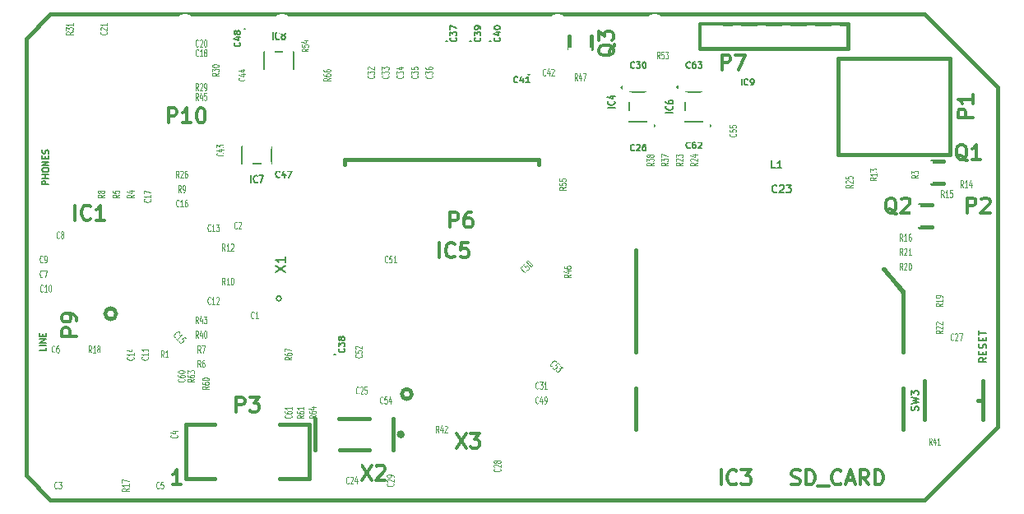
<source format=gto>
G04 (created by PCBNEW (2013-07-05 BZR 4237)-testing) date Sat 03 Aug 2013 11:53:29 BST*
%MOIN*%
G04 Gerber Fmt 3.4, Leading zero omitted, Abs format*
%FSLAX34Y34*%
G01*
G70*
G90*
G04 APERTURE LIST*
%ADD10C,0.005906*%
%ADD11C,0.015000*%
%ADD12C,0.005000*%
%ADD13C,0.012000*%
%ADD14C,0.004500*%
%ADD15C,0.080000*%
%ADD16R,0.065000X0.090000*%
%ADD17R,0.060000X0.090000*%
%ADD18R,0.055000X0.090000*%
%ADD19C,0.059400*%
%ADD20R,0.070000X0.120000*%
%ADD21R,0.040000X0.050000*%
%ADD22R,0.050000X0.040000*%
%ADD23R,0.080000X0.100000*%
%ADD24R,0.055000X0.075000*%
%ADD25R,0.075000X0.055000*%
%ADD26R,0.074300X0.037700*%
%ADD27R,0.094800X0.066300*%
%ADD28R,0.094800X0.113500*%
%ADD29R,0.102700X0.078100*%
%ADD30R,0.031800X0.067000*%
%ADD31R,0.067000X0.031800*%
%ADD32R,0.090000X0.090000*%
%ADD33C,0.090000*%
%ADD34R,0.031800X0.063300*%
%ADD35R,0.110600X0.142000*%
%ADD36R,0.059000X0.048000*%
%ADD37R,0.098700X0.120400*%
%ADD38R,0.120400X0.098700*%
%ADD39C,0.060000*%
%ADD40C,0.055400*%
%ADD41R,0.071200X0.094800*%
%ADD42R,0.075100X0.079100*%
%ADD43C,0.036200*%
%ADD44R,0.043600X0.055400*%
%ADD45R,0.055400X0.043600*%
%ADD46R,0.079100X0.079100*%
%ADD47C,0.079100*%
%ADD48R,0.041654X0.043622*%
%ADD49R,0.043622X0.041654*%
%ADD50R,0.067244X0.090866*%
%ADD51R,0.049134X0.130039*%
%ADD52O,0.098700X0.075100*%
%ADD53R,0.090900X0.075100*%
G04 APERTURE END LIST*
G54D10*
G54D11*
X39369Y16733D02*
X39370Y16733D01*
X36417Y19685D02*
X39369Y16733D01*
X984Y19685D02*
X0Y18701D01*
X36417Y19685D02*
X984Y19685D01*
X36417Y0D02*
X39370Y2953D01*
X0Y984D02*
X0Y985D01*
X984Y0D02*
X0Y984D01*
X36417Y0D02*
X984Y0D01*
X0Y18701D02*
X0Y985D01*
X39370Y16733D02*
X39370Y2953D01*
X35531Y6005D02*
X35531Y8465D01*
X35531Y8465D02*
X34744Y9351D01*
X35531Y2855D02*
X35531Y4528D01*
X24705Y6005D02*
X24705Y10138D01*
X24705Y2855D02*
X24705Y4528D01*
X35544Y8412D02*
X34764Y9351D01*
G54D12*
X8750Y13626D02*
X8750Y14326D01*
X8750Y14326D02*
X9950Y14326D01*
X9950Y14326D02*
X9950Y13626D01*
X9950Y13626D02*
X8750Y13626D01*
X10836Y18165D02*
X10836Y17465D01*
X10836Y17465D02*
X9636Y17465D01*
X9636Y17465D02*
X9636Y18165D01*
X9636Y18165D02*
X10836Y18165D01*
X24453Y16545D02*
X25153Y16545D01*
X25153Y16545D02*
X25153Y15345D01*
X25153Y15345D02*
X24453Y15345D01*
X24453Y15345D02*
X24453Y16545D01*
X28134Y14033D02*
X28134Y13133D01*
X28134Y13133D02*
X28784Y13133D01*
X29484Y14033D02*
X30134Y14033D01*
X30134Y14033D02*
X30134Y13133D01*
X30134Y13133D02*
X29484Y13133D01*
X28784Y14033D02*
X28134Y14033D01*
X30134Y12149D02*
X30134Y13049D01*
X30134Y13049D02*
X29484Y13049D01*
X28784Y12149D02*
X28134Y12149D01*
X28134Y12149D02*
X28134Y13049D01*
X28134Y13049D02*
X28784Y13049D01*
X29484Y12149D02*
X30134Y12149D01*
X24203Y16727D02*
G75*
G03X24203Y16727I-50J0D01*
G74*
G01*
X24603Y16727D02*
X24203Y16727D01*
X24203Y16727D02*
X24203Y17327D01*
X24203Y17327D02*
X24603Y17327D01*
X25003Y17327D02*
X25403Y17327D01*
X25403Y17327D02*
X25403Y16727D01*
X25403Y16727D02*
X25003Y16727D01*
X25503Y15162D02*
G75*
G03X25503Y15162I-50J0D01*
G74*
G01*
X25003Y15162D02*
X25403Y15162D01*
X25403Y15162D02*
X25403Y14562D01*
X25403Y14562D02*
X25003Y14562D01*
X24603Y14562D02*
X24203Y14562D01*
X24203Y14562D02*
X24203Y15162D01*
X24203Y15162D02*
X24603Y15162D01*
X17073Y18564D02*
G75*
G03X17073Y18564I-50J0D01*
G74*
G01*
X17023Y18114D02*
X17023Y18514D01*
X17023Y18514D02*
X17623Y18514D01*
X17623Y18514D02*
X17623Y18114D01*
X17623Y17714D02*
X17623Y17314D01*
X17623Y17314D02*
X17023Y17314D01*
X17023Y17314D02*
X17023Y17714D01*
X8903Y19055D02*
G75*
G03X8903Y19055I-50J0D01*
G74*
G01*
X8853Y18605D02*
X8853Y19005D01*
X8853Y19005D02*
X9453Y19005D01*
X9453Y19005D02*
X9453Y18605D01*
X9453Y18205D02*
X9453Y17805D01*
X9453Y17805D02*
X8853Y17805D01*
X8853Y17805D02*
X8853Y18205D01*
X10783Y13326D02*
G75*
G03X10783Y13326I-50J0D01*
G74*
G01*
X10733Y13776D02*
X10733Y13376D01*
X10733Y13376D02*
X10133Y13376D01*
X10133Y13376D02*
X10133Y13776D01*
X10133Y14176D02*
X10133Y14576D01*
X10133Y14576D02*
X10733Y14576D01*
X10733Y14576D02*
X10733Y14176D01*
X20429Y17264D02*
G75*
G03X20429Y17264I-50J0D01*
G74*
G01*
X20379Y17714D02*
X20379Y17314D01*
X20379Y17314D02*
X19779Y17314D01*
X19779Y17314D02*
X19779Y17714D01*
X19779Y18114D02*
X19779Y18514D01*
X19779Y18514D02*
X20379Y18514D01*
X20379Y18514D02*
X20379Y18114D01*
X18845Y18564D02*
G75*
G03X18845Y18564I-50J0D01*
G74*
G01*
X18795Y18114D02*
X18795Y18514D01*
X18795Y18514D02*
X19395Y18514D01*
X19395Y18514D02*
X19395Y18114D01*
X19395Y17714D02*
X19395Y17314D01*
X19395Y17314D02*
X18795Y17314D01*
X18795Y17314D02*
X18795Y17714D01*
X18057Y18564D02*
G75*
G03X18057Y18564I-50J0D01*
G74*
G01*
X18007Y18114D02*
X18007Y18514D01*
X18007Y18514D02*
X18607Y18514D01*
X18607Y18514D02*
X18607Y18114D01*
X18607Y17714D02*
X18607Y17314D01*
X18607Y17314D02*
X18007Y17314D01*
X18007Y17314D02*
X18007Y17714D01*
G54D11*
X39370Y8093D02*
X39370Y11593D01*
X15622Y4289D02*
G75*
G03X15622Y4289I-200J0D01*
G74*
G01*
X3644Y7545D02*
G75*
G03X3644Y7545I-223J0D01*
G74*
G01*
X27315Y19300D02*
X33315Y19300D01*
X33315Y19300D02*
X33315Y18300D01*
X33315Y18300D02*
X27315Y18300D01*
X27315Y18300D02*
X27315Y19300D01*
X12895Y13583D02*
X12895Y13780D01*
X12895Y13780D02*
X20769Y13780D01*
X20769Y13780D02*
X20769Y13583D01*
X15256Y2657D02*
G75*
G03X15256Y2657I-79J0D01*
G74*
G01*
X11712Y2027D02*
X11712Y3287D01*
X13917Y3287D02*
X12657Y3287D01*
X13917Y2027D02*
X12696Y2027D01*
X14862Y2027D02*
X14862Y3287D01*
G54D12*
X12545Y5866D02*
G75*
G03X12545Y5866I-50J0D01*
G74*
G01*
X12495Y5416D02*
X12495Y5816D01*
X12495Y5816D02*
X13095Y5816D01*
X13095Y5816D02*
X13095Y5416D01*
X13095Y5016D02*
X13095Y4616D01*
X13095Y4616D02*
X12495Y4616D01*
X12495Y4616D02*
X12495Y5016D01*
G54D11*
X38780Y4036D02*
X38583Y4036D01*
X38780Y4823D02*
X38780Y3249D01*
X36398Y4823D02*
X36398Y3249D01*
G54D12*
X27767Y15162D02*
G75*
G03X27767Y15162I-50J0D01*
G74*
G01*
X27267Y15162D02*
X27667Y15162D01*
X27667Y15162D02*
X27667Y14562D01*
X27667Y14562D02*
X27267Y14562D01*
X26867Y14562D02*
X26467Y14562D01*
X26467Y14562D02*
X26467Y15162D01*
X26467Y15162D02*
X26867Y15162D01*
X26467Y16727D02*
G75*
G03X26467Y16727I-50J0D01*
G74*
G01*
X26867Y16727D02*
X26467Y16727D01*
X26467Y16727D02*
X26467Y17327D01*
X26467Y17327D02*
X26867Y17327D01*
X27267Y17327D02*
X27667Y17327D01*
X27667Y17327D02*
X27667Y16727D01*
X27667Y16727D02*
X27267Y16727D01*
X26717Y16545D02*
X27417Y16545D01*
X27417Y16545D02*
X27417Y15345D01*
X27417Y15345D02*
X26717Y15345D01*
X26717Y15345D02*
X26717Y16545D01*
G54D11*
X36515Y13996D02*
X37421Y13996D01*
X37421Y13996D02*
X37421Y17894D01*
X37421Y17894D02*
X36515Y17894D01*
X32893Y13996D02*
X36515Y13996D01*
X32893Y13996D02*
X32893Y17894D01*
X32893Y17894D02*
X36515Y17894D01*
X36712Y13740D02*
X37185Y13740D01*
X36712Y12835D02*
X37185Y12835D01*
X36220Y11968D02*
X36692Y11968D01*
X36220Y11063D02*
X36692Y11063D01*
X21988Y18307D02*
X21988Y18779D01*
X22893Y18307D02*
X22893Y18779D01*
G54D10*
X10334Y8169D02*
G75*
G03X10334Y8169I-98J0D01*
G74*
G01*
G54D11*
X6456Y866D02*
X7637Y866D01*
X11456Y866D02*
X10275Y866D01*
X11456Y3071D02*
X10275Y3071D01*
X6456Y3071D02*
X7637Y3071D01*
X6456Y3071D02*
X6456Y866D01*
X11456Y866D02*
X11456Y3071D01*
G54D13*
X28154Y614D02*
X28154Y1214D01*
X28782Y671D02*
X28754Y643D01*
X28668Y614D01*
X28611Y614D01*
X28525Y643D01*
X28468Y700D01*
X28440Y757D01*
X28411Y871D01*
X28411Y957D01*
X28440Y1071D01*
X28468Y1128D01*
X28525Y1186D01*
X28611Y1214D01*
X28668Y1214D01*
X28754Y1186D01*
X28782Y1157D01*
X28982Y1214D02*
X29354Y1214D01*
X29154Y986D01*
X29240Y986D01*
X29297Y957D01*
X29325Y928D01*
X29354Y871D01*
X29354Y728D01*
X29325Y671D01*
X29297Y643D01*
X29240Y614D01*
X29068Y614D01*
X29011Y643D01*
X28982Y671D01*
X31016Y643D02*
X31102Y614D01*
X31245Y614D01*
X31302Y643D01*
X31331Y671D01*
X31359Y728D01*
X31359Y786D01*
X31331Y843D01*
X31302Y871D01*
X31245Y900D01*
X31131Y928D01*
X31074Y957D01*
X31045Y986D01*
X31016Y1043D01*
X31016Y1100D01*
X31045Y1157D01*
X31074Y1186D01*
X31131Y1214D01*
X31274Y1214D01*
X31359Y1186D01*
X31616Y614D02*
X31616Y1214D01*
X31759Y1214D01*
X31845Y1186D01*
X31902Y1128D01*
X31931Y1071D01*
X31959Y957D01*
X31959Y871D01*
X31931Y757D01*
X31902Y700D01*
X31845Y643D01*
X31759Y614D01*
X31616Y614D01*
X32074Y557D02*
X32531Y557D01*
X33016Y671D02*
X32988Y643D01*
X32902Y614D01*
X32845Y614D01*
X32759Y643D01*
X32702Y700D01*
X32674Y757D01*
X32645Y871D01*
X32645Y957D01*
X32674Y1071D01*
X32702Y1128D01*
X32759Y1186D01*
X32845Y1214D01*
X32902Y1214D01*
X32988Y1186D01*
X33016Y1157D01*
X33245Y786D02*
X33531Y786D01*
X33188Y614D02*
X33388Y1214D01*
X33588Y614D01*
X34131Y614D02*
X33931Y900D01*
X33788Y614D02*
X33788Y1214D01*
X34016Y1214D01*
X34074Y1186D01*
X34102Y1157D01*
X34131Y1100D01*
X34131Y1014D01*
X34102Y957D01*
X34074Y928D01*
X34016Y900D01*
X33788Y900D01*
X34388Y614D02*
X34388Y1214D01*
X34531Y1214D01*
X34616Y1186D01*
X34674Y1128D01*
X34702Y1071D01*
X34731Y957D01*
X34731Y871D01*
X34702Y757D01*
X34674Y700D01*
X34616Y643D01*
X34531Y614D01*
X34388Y614D01*
G54D12*
X9106Y12856D02*
X9106Y13156D01*
X9368Y12885D02*
X9356Y12871D01*
X9320Y12856D01*
X9296Y12856D01*
X9261Y12871D01*
X9237Y12899D01*
X9225Y12928D01*
X9213Y12985D01*
X9213Y13028D01*
X9225Y13085D01*
X9237Y13113D01*
X9261Y13142D01*
X9296Y13156D01*
X9320Y13156D01*
X9356Y13142D01*
X9368Y13128D01*
X9451Y13156D02*
X9618Y13156D01*
X9511Y12856D01*
X9992Y18663D02*
X9992Y18963D01*
X10254Y18692D02*
X10242Y18677D01*
X10206Y18663D01*
X10182Y18663D01*
X10147Y18677D01*
X10123Y18706D01*
X10111Y18735D01*
X10099Y18792D01*
X10099Y18835D01*
X10111Y18892D01*
X10123Y18920D01*
X10147Y18949D01*
X10182Y18963D01*
X10206Y18963D01*
X10242Y18949D01*
X10254Y18935D01*
X10397Y18835D02*
X10373Y18849D01*
X10361Y18863D01*
X10349Y18892D01*
X10349Y18906D01*
X10361Y18935D01*
X10373Y18949D01*
X10397Y18963D01*
X10444Y18963D01*
X10468Y18949D01*
X10480Y18935D01*
X10492Y18906D01*
X10492Y18892D01*
X10480Y18863D01*
X10468Y18849D01*
X10444Y18835D01*
X10397Y18835D01*
X10373Y18820D01*
X10361Y18806D01*
X10349Y18777D01*
X10349Y18720D01*
X10361Y18692D01*
X10373Y18677D01*
X10397Y18663D01*
X10444Y18663D01*
X10468Y18677D01*
X10480Y18692D01*
X10492Y18720D01*
X10492Y18777D01*
X10480Y18806D01*
X10468Y18820D01*
X10444Y18835D01*
X23856Y15898D02*
X23556Y15898D01*
X23827Y16159D02*
X23841Y16148D01*
X23856Y16112D01*
X23856Y16088D01*
X23841Y16052D01*
X23813Y16029D01*
X23784Y16017D01*
X23727Y16005D01*
X23684Y16005D01*
X23627Y16017D01*
X23599Y16029D01*
X23570Y16052D01*
X23556Y16088D01*
X23556Y16112D01*
X23570Y16148D01*
X23584Y16159D01*
X23656Y16374D02*
X23856Y16374D01*
X23541Y16314D02*
X23756Y16255D01*
X23756Y16409D01*
X30363Y13447D02*
X30220Y13447D01*
X30220Y13747D01*
X30620Y13447D02*
X30448Y13447D01*
X30534Y13447D02*
X30534Y13747D01*
X30505Y13704D01*
X30477Y13675D01*
X30448Y13661D01*
X30417Y12491D02*
X30402Y12477D01*
X30360Y12463D01*
X30331Y12463D01*
X30288Y12477D01*
X30260Y12506D01*
X30245Y12534D01*
X30231Y12591D01*
X30231Y12634D01*
X30245Y12691D01*
X30260Y12720D01*
X30288Y12749D01*
X30331Y12763D01*
X30360Y12763D01*
X30402Y12749D01*
X30417Y12734D01*
X30531Y12734D02*
X30545Y12749D01*
X30574Y12763D01*
X30645Y12763D01*
X30674Y12749D01*
X30688Y12734D01*
X30702Y12706D01*
X30702Y12677D01*
X30688Y12634D01*
X30517Y12463D01*
X30702Y12463D01*
X30802Y12763D02*
X30988Y12763D01*
X30888Y12649D01*
X30931Y12649D01*
X30960Y12634D01*
X30974Y12620D01*
X30988Y12591D01*
X30988Y12520D01*
X30974Y12491D01*
X30960Y12477D01*
X30931Y12463D01*
X30845Y12463D01*
X30817Y12477D01*
X30802Y12491D01*
X24642Y17529D02*
X24630Y17517D01*
X24594Y17505D01*
X24571Y17505D01*
X24535Y17517D01*
X24511Y17541D01*
X24499Y17564D01*
X24487Y17612D01*
X24487Y17648D01*
X24499Y17695D01*
X24511Y17719D01*
X24535Y17743D01*
X24571Y17755D01*
X24594Y17755D01*
X24630Y17743D01*
X24642Y17731D01*
X24725Y17755D02*
X24880Y17755D01*
X24797Y17660D01*
X24832Y17660D01*
X24856Y17648D01*
X24868Y17636D01*
X24880Y17612D01*
X24880Y17553D01*
X24868Y17529D01*
X24856Y17517D01*
X24832Y17505D01*
X24761Y17505D01*
X24737Y17517D01*
X24725Y17529D01*
X25035Y17755D02*
X25059Y17755D01*
X25082Y17743D01*
X25094Y17731D01*
X25106Y17707D01*
X25118Y17660D01*
X25118Y17600D01*
X25106Y17553D01*
X25094Y17529D01*
X25082Y17517D01*
X25059Y17505D01*
X25035Y17505D01*
X25011Y17517D01*
X24999Y17529D01*
X24987Y17553D01*
X24975Y17600D01*
X24975Y17660D01*
X24987Y17707D01*
X24999Y17731D01*
X25011Y17743D01*
X25035Y17755D01*
X24642Y14182D02*
X24630Y14170D01*
X24594Y14158D01*
X24571Y14158D01*
X24535Y14170D01*
X24511Y14194D01*
X24499Y14218D01*
X24487Y14265D01*
X24487Y14301D01*
X24499Y14348D01*
X24511Y14372D01*
X24535Y14396D01*
X24571Y14408D01*
X24594Y14408D01*
X24630Y14396D01*
X24642Y14384D01*
X24737Y14384D02*
X24749Y14396D01*
X24773Y14408D01*
X24832Y14408D01*
X24856Y14396D01*
X24868Y14384D01*
X24880Y14360D01*
X24880Y14337D01*
X24868Y14301D01*
X24725Y14158D01*
X24880Y14158D01*
X25094Y14408D02*
X25047Y14408D01*
X25023Y14396D01*
X25011Y14384D01*
X24987Y14348D01*
X24975Y14301D01*
X24975Y14206D01*
X24987Y14182D01*
X24999Y14170D01*
X25023Y14158D01*
X25071Y14158D01*
X25094Y14170D01*
X25106Y14182D01*
X25118Y14206D01*
X25118Y14265D01*
X25106Y14289D01*
X25094Y14301D01*
X25071Y14313D01*
X25023Y14313D01*
X24999Y14301D01*
X24987Y14289D01*
X24975Y14265D01*
X17412Y18737D02*
X17424Y18725D01*
X17436Y18689D01*
X17436Y18665D01*
X17424Y18630D01*
X17400Y18606D01*
X17376Y18594D01*
X17328Y18582D01*
X17293Y18582D01*
X17245Y18594D01*
X17221Y18606D01*
X17198Y18630D01*
X17186Y18665D01*
X17186Y18689D01*
X17198Y18725D01*
X17209Y18737D01*
X17186Y18820D02*
X17186Y18975D01*
X17281Y18892D01*
X17281Y18927D01*
X17293Y18951D01*
X17305Y18963D01*
X17328Y18975D01*
X17388Y18975D01*
X17412Y18963D01*
X17424Y18951D01*
X17436Y18927D01*
X17436Y18856D01*
X17424Y18832D01*
X17412Y18820D01*
X17186Y19058D02*
X17186Y19225D01*
X17436Y19118D01*
X8651Y18540D02*
X8663Y18528D01*
X8675Y18492D01*
X8675Y18468D01*
X8663Y18433D01*
X8640Y18409D01*
X8616Y18397D01*
X8568Y18385D01*
X8532Y18385D01*
X8485Y18397D01*
X8461Y18409D01*
X8437Y18433D01*
X8425Y18468D01*
X8425Y18492D01*
X8437Y18528D01*
X8449Y18540D01*
X8509Y18754D02*
X8675Y18754D01*
X8413Y18694D02*
X8592Y18635D01*
X8592Y18790D01*
X8532Y18921D02*
X8520Y18897D01*
X8509Y18885D01*
X8485Y18873D01*
X8473Y18873D01*
X8449Y18885D01*
X8437Y18897D01*
X8425Y18921D01*
X8425Y18968D01*
X8437Y18992D01*
X8449Y19004D01*
X8473Y19016D01*
X8485Y19016D01*
X8509Y19004D01*
X8520Y18992D01*
X8532Y18968D01*
X8532Y18921D01*
X8544Y18897D01*
X8556Y18885D01*
X8580Y18873D01*
X8628Y18873D01*
X8651Y18885D01*
X8663Y18897D01*
X8675Y18921D01*
X8675Y18968D01*
X8663Y18992D01*
X8651Y19004D01*
X8628Y19016D01*
X8580Y19016D01*
X8556Y19004D01*
X8544Y18992D01*
X8532Y18968D01*
X10272Y13100D02*
X10260Y13088D01*
X10224Y13076D01*
X10201Y13076D01*
X10165Y13088D01*
X10141Y13112D01*
X10129Y13136D01*
X10117Y13183D01*
X10117Y13219D01*
X10129Y13267D01*
X10141Y13290D01*
X10165Y13314D01*
X10201Y13326D01*
X10224Y13326D01*
X10260Y13314D01*
X10272Y13302D01*
X10486Y13243D02*
X10486Y13076D01*
X10427Y13338D02*
X10367Y13160D01*
X10522Y13160D01*
X10593Y13326D02*
X10760Y13326D01*
X10653Y13076D01*
X19918Y16938D02*
X19906Y16926D01*
X19870Y16914D01*
X19846Y16914D01*
X19811Y16926D01*
X19787Y16950D01*
X19775Y16974D01*
X19763Y17022D01*
X19763Y17057D01*
X19775Y17105D01*
X19787Y17129D01*
X19811Y17153D01*
X19846Y17164D01*
X19870Y17164D01*
X19906Y17153D01*
X19918Y17141D01*
X20132Y17081D02*
X20132Y16914D01*
X20073Y17176D02*
X20013Y16998D01*
X20168Y16998D01*
X20394Y16914D02*
X20251Y16914D01*
X20323Y16914D02*
X20323Y17164D01*
X20299Y17129D01*
X20275Y17105D01*
X20251Y17093D01*
X19184Y18737D02*
X19196Y18725D01*
X19208Y18689D01*
X19208Y18665D01*
X19196Y18630D01*
X19172Y18606D01*
X19148Y18594D01*
X19100Y18582D01*
X19065Y18582D01*
X19017Y18594D01*
X18993Y18606D01*
X18970Y18630D01*
X18958Y18665D01*
X18958Y18689D01*
X18970Y18725D01*
X18981Y18737D01*
X19041Y18951D02*
X19208Y18951D01*
X18946Y18892D02*
X19124Y18832D01*
X19124Y18987D01*
X18958Y19130D02*
X18958Y19153D01*
X18970Y19177D01*
X18981Y19189D01*
X19005Y19201D01*
X19053Y19213D01*
X19112Y19213D01*
X19160Y19201D01*
X19184Y19189D01*
X19196Y19177D01*
X19208Y19153D01*
X19208Y19130D01*
X19196Y19106D01*
X19184Y19094D01*
X19160Y19082D01*
X19112Y19070D01*
X19053Y19070D01*
X19005Y19082D01*
X18981Y19094D01*
X18970Y19106D01*
X18958Y19130D01*
X18396Y18737D02*
X18408Y18725D01*
X18420Y18689D01*
X18420Y18665D01*
X18408Y18630D01*
X18384Y18606D01*
X18360Y18594D01*
X18312Y18582D01*
X18277Y18582D01*
X18229Y18594D01*
X18205Y18606D01*
X18182Y18630D01*
X18170Y18665D01*
X18170Y18689D01*
X18182Y18725D01*
X18193Y18737D01*
X18170Y18820D02*
X18170Y18975D01*
X18265Y18892D01*
X18265Y18927D01*
X18277Y18951D01*
X18289Y18963D01*
X18312Y18975D01*
X18372Y18975D01*
X18396Y18963D01*
X18408Y18951D01*
X18420Y18927D01*
X18420Y18856D01*
X18408Y18832D01*
X18396Y18820D01*
X18420Y19094D02*
X18420Y19142D01*
X18408Y19165D01*
X18396Y19177D01*
X18360Y19201D01*
X18312Y19213D01*
X18217Y19213D01*
X18193Y19201D01*
X18182Y19189D01*
X18170Y19165D01*
X18170Y19118D01*
X18182Y19094D01*
X18193Y19082D01*
X18217Y19070D01*
X18277Y19070D01*
X18301Y19082D01*
X18312Y19094D01*
X18324Y19118D01*
X18324Y19165D01*
X18312Y19189D01*
X18301Y19201D01*
X18277Y19213D01*
G54D13*
X38140Y11638D02*
X38140Y12238D01*
X38368Y12238D01*
X38425Y12210D01*
X38454Y12181D01*
X38483Y12124D01*
X38483Y12038D01*
X38454Y11981D01*
X38425Y11952D01*
X38368Y11924D01*
X38140Y11924D01*
X38711Y12181D02*
X38740Y12210D01*
X38797Y12238D01*
X38940Y12238D01*
X38997Y12210D01*
X39025Y12181D01*
X39054Y12124D01*
X39054Y12067D01*
X39025Y11981D01*
X38683Y11638D01*
X39054Y11638D01*
X16736Y9817D02*
X16736Y10417D01*
X17364Y9874D02*
X17336Y9846D01*
X17250Y9817D01*
X17193Y9817D01*
X17107Y9846D01*
X17050Y9903D01*
X17022Y9960D01*
X16993Y10074D01*
X16993Y10160D01*
X17022Y10274D01*
X17050Y10331D01*
X17107Y10389D01*
X17193Y10417D01*
X17250Y10417D01*
X17336Y10389D01*
X17364Y10360D01*
X17907Y10417D02*
X17622Y10417D01*
X17593Y10131D01*
X17622Y10160D01*
X17679Y10189D01*
X17822Y10189D01*
X17879Y10160D01*
X17907Y10131D01*
X17936Y10074D01*
X17936Y9931D01*
X17907Y9874D01*
X17879Y9846D01*
X17822Y9817D01*
X17679Y9817D01*
X17622Y9846D01*
X17593Y9874D01*
X1973Y11343D02*
X1973Y11943D01*
X2601Y11400D02*
X2573Y11371D01*
X2487Y11343D01*
X2430Y11343D01*
X2344Y11371D01*
X2287Y11428D01*
X2259Y11486D01*
X2230Y11600D01*
X2230Y11686D01*
X2259Y11800D01*
X2287Y11857D01*
X2344Y11914D01*
X2430Y11943D01*
X2487Y11943D01*
X2573Y11914D01*
X2601Y11886D01*
X3173Y11343D02*
X2830Y11343D01*
X3001Y11343D02*
X3001Y11943D01*
X2944Y11857D01*
X2887Y11800D01*
X2830Y11771D01*
X28198Y17445D02*
X28198Y18045D01*
X28427Y18045D01*
X28484Y18016D01*
X28513Y17988D01*
X28541Y17931D01*
X28541Y17845D01*
X28513Y17788D01*
X28484Y17759D01*
X28427Y17731D01*
X28198Y17731D01*
X28741Y18045D02*
X29141Y18045D01*
X28884Y17445D01*
X17175Y11047D02*
X17175Y11647D01*
X17403Y11647D01*
X17460Y11619D01*
X17489Y11590D01*
X17518Y11533D01*
X17518Y11447D01*
X17489Y11390D01*
X17460Y11361D01*
X17403Y11333D01*
X17175Y11333D01*
X18032Y11647D02*
X17918Y11647D01*
X17860Y11619D01*
X17832Y11590D01*
X17775Y11504D01*
X17746Y11390D01*
X17746Y11161D01*
X17775Y11104D01*
X17803Y11076D01*
X17860Y11047D01*
X17975Y11047D01*
X18032Y11076D01*
X18060Y11104D01*
X18089Y11161D01*
X18089Y11304D01*
X18060Y11361D01*
X18032Y11390D01*
X17975Y11419D01*
X17860Y11419D01*
X17803Y11390D01*
X17775Y11361D01*
X17746Y11304D01*
G54D12*
X28988Y16817D02*
X28988Y17067D01*
X29250Y16840D02*
X29238Y16829D01*
X29202Y16817D01*
X29178Y16817D01*
X29143Y16829D01*
X29119Y16852D01*
X29107Y16876D01*
X29095Y16924D01*
X29095Y16960D01*
X29107Y17007D01*
X29119Y17031D01*
X29143Y17055D01*
X29178Y17067D01*
X29202Y17067D01*
X29238Y17055D01*
X29250Y17043D01*
X29369Y16817D02*
X29416Y16817D01*
X29440Y16829D01*
X29452Y16840D01*
X29476Y16876D01*
X29488Y16924D01*
X29488Y17019D01*
X29476Y17043D01*
X29464Y17055D01*
X29440Y17067D01*
X29393Y17067D01*
X29369Y17055D01*
X29357Y17043D01*
X29345Y17019D01*
X29345Y16960D01*
X29357Y16936D01*
X29369Y16924D01*
X29393Y16912D01*
X29440Y16912D01*
X29464Y16924D01*
X29476Y16936D01*
X29488Y16960D01*
G54D13*
X2043Y6644D02*
X1443Y6644D01*
X1443Y6872D01*
X1471Y6929D01*
X1500Y6958D01*
X1557Y6987D01*
X1643Y6987D01*
X1700Y6958D01*
X1728Y6929D01*
X1757Y6872D01*
X1757Y6644D01*
X2043Y7272D02*
X2043Y7387D01*
X2014Y7444D01*
X1986Y7472D01*
X1900Y7529D01*
X1786Y7558D01*
X1557Y7558D01*
X1500Y7529D01*
X1471Y7501D01*
X1443Y7444D01*
X1443Y7329D01*
X1471Y7272D01*
X1500Y7244D01*
X1557Y7215D01*
X1700Y7215D01*
X1757Y7244D01*
X1786Y7272D01*
X1814Y7329D01*
X1814Y7444D01*
X1786Y7501D01*
X1757Y7529D01*
X1700Y7558D01*
G54D12*
X802Y6171D02*
X802Y6052D01*
X552Y6052D01*
X802Y6255D02*
X552Y6255D01*
X802Y6374D02*
X552Y6374D01*
X802Y6517D01*
X552Y6517D01*
X671Y6636D02*
X671Y6719D01*
X802Y6755D02*
X802Y6636D01*
X552Y6636D01*
X552Y6755D01*
G54D13*
X5767Y15280D02*
X5767Y15880D01*
X5996Y15880D01*
X6053Y15852D01*
X6081Y15823D01*
X6110Y15766D01*
X6110Y15680D01*
X6081Y15623D01*
X6053Y15594D01*
X5996Y15566D01*
X5767Y15566D01*
X6681Y15280D02*
X6338Y15280D01*
X6510Y15280D02*
X6510Y15880D01*
X6453Y15794D01*
X6396Y15737D01*
X6338Y15709D01*
X7053Y15880D02*
X7110Y15880D01*
X7167Y15852D01*
X7196Y15823D01*
X7224Y15766D01*
X7253Y15652D01*
X7253Y15509D01*
X7224Y15394D01*
X7196Y15337D01*
X7167Y15309D01*
X7110Y15280D01*
X7053Y15280D01*
X6996Y15309D01*
X6967Y15337D01*
X6938Y15394D01*
X6910Y15509D01*
X6910Y15652D01*
X6938Y15766D01*
X6967Y15823D01*
X6996Y15852D01*
X7053Y15880D01*
G54D12*
X900Y12794D02*
X650Y12794D01*
X650Y12889D01*
X662Y12913D01*
X673Y12925D01*
X697Y12937D01*
X733Y12937D01*
X757Y12925D01*
X769Y12913D01*
X781Y12889D01*
X781Y12794D01*
X900Y13044D02*
X650Y13044D01*
X769Y13044D02*
X769Y13187D01*
X900Y13187D02*
X650Y13187D01*
X650Y13354D02*
X650Y13401D01*
X662Y13425D01*
X685Y13449D01*
X733Y13461D01*
X816Y13461D01*
X864Y13449D01*
X888Y13425D01*
X900Y13401D01*
X900Y13354D01*
X888Y13330D01*
X864Y13306D01*
X816Y13294D01*
X733Y13294D01*
X685Y13306D01*
X662Y13330D01*
X650Y13354D01*
X900Y13568D02*
X650Y13568D01*
X900Y13711D01*
X650Y13711D01*
X769Y13830D02*
X769Y13913D01*
X900Y13949D02*
X900Y13830D01*
X650Y13830D01*
X650Y13949D01*
X888Y14044D02*
X900Y14080D01*
X900Y14139D01*
X888Y14163D01*
X876Y14175D01*
X852Y14187D01*
X828Y14187D01*
X804Y14175D01*
X792Y14163D01*
X781Y14139D01*
X769Y14092D01*
X757Y14068D01*
X745Y14056D01*
X721Y14044D01*
X697Y14044D01*
X673Y14056D01*
X662Y14068D01*
X650Y14092D01*
X650Y14151D01*
X662Y14187D01*
G54D13*
X13589Y1411D02*
X13989Y811D01*
X13989Y1411D02*
X13589Y811D01*
X14189Y1354D02*
X14217Y1383D01*
X14274Y1411D01*
X14417Y1411D01*
X14474Y1383D01*
X14503Y1354D01*
X14532Y1297D01*
X14532Y1240D01*
X14503Y1154D01*
X14160Y811D01*
X14532Y811D01*
G54D12*
X12884Y6138D02*
X12896Y6126D01*
X12908Y6091D01*
X12908Y6067D01*
X12896Y6031D01*
X12872Y6007D01*
X12848Y5996D01*
X12801Y5984D01*
X12765Y5984D01*
X12717Y5996D01*
X12694Y6007D01*
X12670Y6031D01*
X12658Y6067D01*
X12658Y6091D01*
X12670Y6126D01*
X12682Y6138D01*
X12658Y6222D02*
X12658Y6376D01*
X12753Y6293D01*
X12753Y6329D01*
X12765Y6353D01*
X12777Y6365D01*
X12801Y6376D01*
X12860Y6376D01*
X12884Y6365D01*
X12896Y6353D01*
X12908Y6329D01*
X12908Y6257D01*
X12896Y6234D01*
X12884Y6222D01*
X12765Y6519D02*
X12753Y6496D01*
X12741Y6484D01*
X12717Y6472D01*
X12706Y6472D01*
X12682Y6484D01*
X12670Y6496D01*
X12658Y6519D01*
X12658Y6567D01*
X12670Y6591D01*
X12682Y6603D01*
X12706Y6615D01*
X12717Y6615D01*
X12741Y6603D01*
X12753Y6591D01*
X12765Y6567D01*
X12765Y6519D01*
X12777Y6496D01*
X12789Y6484D01*
X12813Y6472D01*
X12860Y6472D01*
X12884Y6484D01*
X12896Y6496D01*
X12908Y6519D01*
X12908Y6567D01*
X12896Y6591D01*
X12884Y6603D01*
X12860Y6615D01*
X12813Y6615D01*
X12789Y6603D01*
X12777Y6591D01*
X12765Y6567D01*
X36145Y3636D02*
X36159Y3678D01*
X36159Y3750D01*
X36145Y3778D01*
X36131Y3793D01*
X36102Y3807D01*
X36074Y3807D01*
X36045Y3793D01*
X36031Y3778D01*
X36016Y3750D01*
X36002Y3693D01*
X35988Y3664D01*
X35974Y3650D01*
X35945Y3636D01*
X35916Y3636D01*
X35888Y3650D01*
X35874Y3664D01*
X35859Y3693D01*
X35859Y3764D01*
X35874Y3807D01*
X35859Y3907D02*
X36159Y3978D01*
X35945Y4036D01*
X36159Y4093D01*
X35859Y4164D01*
X35859Y4250D02*
X35859Y4436D01*
X35974Y4336D01*
X35974Y4378D01*
X35988Y4407D01*
X36002Y4421D01*
X36031Y4436D01*
X36102Y4436D01*
X36131Y4421D01*
X36145Y4407D01*
X36159Y4378D01*
X36159Y4293D01*
X36145Y4264D01*
X36131Y4250D01*
X38915Y5765D02*
X38772Y5665D01*
X38915Y5594D02*
X38615Y5594D01*
X38615Y5708D01*
X38629Y5736D01*
X38643Y5751D01*
X38672Y5765D01*
X38715Y5765D01*
X38743Y5751D01*
X38758Y5736D01*
X38772Y5708D01*
X38772Y5594D01*
X38758Y5894D02*
X38758Y5994D01*
X38915Y6036D02*
X38915Y5894D01*
X38615Y5894D01*
X38615Y6036D01*
X38901Y6151D02*
X38915Y6194D01*
X38915Y6265D01*
X38901Y6294D01*
X38886Y6308D01*
X38858Y6322D01*
X38829Y6322D01*
X38801Y6308D01*
X38786Y6294D01*
X38772Y6265D01*
X38758Y6208D01*
X38743Y6179D01*
X38729Y6165D01*
X38701Y6151D01*
X38672Y6151D01*
X38643Y6165D01*
X38629Y6179D01*
X38615Y6208D01*
X38615Y6279D01*
X38629Y6322D01*
X38758Y6451D02*
X38758Y6551D01*
X38915Y6594D02*
X38915Y6451D01*
X38615Y6451D01*
X38615Y6594D01*
X38615Y6679D02*
X38615Y6851D01*
X38915Y6765D02*
X38615Y6765D01*
G54D14*
X9222Y7380D02*
X9213Y7367D01*
X9187Y7354D01*
X9170Y7354D01*
X9144Y7367D01*
X9127Y7394D01*
X9119Y7420D01*
X9110Y7474D01*
X9110Y7514D01*
X9119Y7567D01*
X9127Y7594D01*
X9144Y7620D01*
X9170Y7634D01*
X9187Y7634D01*
X9213Y7620D01*
X9222Y7607D01*
X9393Y7354D02*
X9290Y7354D01*
X9342Y7354D02*
X9342Y7634D01*
X9324Y7594D01*
X9307Y7567D01*
X9290Y7554D01*
X8533Y11022D02*
X8524Y11009D01*
X8498Y10995D01*
X8481Y10995D01*
X8455Y11009D01*
X8438Y11035D01*
X8430Y11062D01*
X8421Y11115D01*
X8421Y11155D01*
X8430Y11209D01*
X8438Y11235D01*
X8455Y11262D01*
X8481Y11275D01*
X8498Y11275D01*
X8524Y11262D01*
X8533Y11249D01*
X8601Y11249D02*
X8610Y11262D01*
X8627Y11275D01*
X8670Y11275D01*
X8687Y11262D01*
X8695Y11249D01*
X8704Y11222D01*
X8704Y11195D01*
X8695Y11155D01*
X8593Y10995D01*
X8704Y10995D01*
X1249Y490D02*
X1241Y477D01*
X1215Y464D01*
X1198Y464D01*
X1172Y477D01*
X1155Y504D01*
X1146Y530D01*
X1138Y584D01*
X1138Y624D01*
X1146Y677D01*
X1155Y704D01*
X1172Y730D01*
X1198Y744D01*
X1215Y744D01*
X1241Y730D01*
X1249Y717D01*
X1309Y744D02*
X1421Y744D01*
X1361Y637D01*
X1386Y637D01*
X1403Y624D01*
X1412Y610D01*
X1421Y584D01*
X1421Y517D01*
X1412Y490D01*
X1403Y477D01*
X1386Y464D01*
X1335Y464D01*
X1318Y477D01*
X1309Y490D01*
X6104Y2627D02*
X6117Y2619D01*
X6130Y2593D01*
X6130Y2576D01*
X6117Y2550D01*
X6090Y2533D01*
X6064Y2525D01*
X6010Y2516D01*
X5970Y2516D01*
X5917Y2525D01*
X5890Y2533D01*
X5864Y2550D01*
X5850Y2576D01*
X5850Y2593D01*
X5864Y2619D01*
X5877Y2627D01*
X5944Y2782D02*
X6130Y2782D01*
X5837Y2739D02*
X6037Y2696D01*
X6037Y2807D01*
X5383Y490D02*
X5374Y477D01*
X5349Y464D01*
X5332Y464D01*
X5306Y477D01*
X5289Y504D01*
X5280Y530D01*
X5272Y584D01*
X5272Y624D01*
X5280Y677D01*
X5289Y704D01*
X5306Y730D01*
X5332Y744D01*
X5349Y744D01*
X5374Y730D01*
X5383Y717D01*
X5546Y744D02*
X5460Y744D01*
X5452Y610D01*
X5460Y624D01*
X5477Y637D01*
X5520Y637D01*
X5537Y624D01*
X5546Y610D01*
X5554Y584D01*
X5554Y517D01*
X5546Y490D01*
X5537Y477D01*
X5520Y464D01*
X5477Y464D01*
X5460Y477D01*
X5452Y490D01*
X1151Y6002D02*
X1142Y5989D01*
X1116Y5976D01*
X1099Y5976D01*
X1074Y5989D01*
X1056Y6016D01*
X1048Y6042D01*
X1039Y6096D01*
X1039Y6136D01*
X1048Y6189D01*
X1056Y6216D01*
X1074Y6242D01*
X1099Y6256D01*
X1116Y6256D01*
X1142Y6242D01*
X1151Y6229D01*
X1305Y6256D02*
X1271Y6256D01*
X1254Y6242D01*
X1245Y6229D01*
X1228Y6189D01*
X1219Y6136D01*
X1219Y6029D01*
X1228Y6002D01*
X1236Y5989D01*
X1254Y5976D01*
X1288Y5976D01*
X1305Y5989D01*
X1314Y6002D01*
X1322Y6029D01*
X1322Y6096D01*
X1314Y6122D01*
X1305Y6136D01*
X1288Y6149D01*
X1254Y6149D01*
X1236Y6136D01*
X1228Y6122D01*
X1219Y6096D01*
X659Y9053D02*
X650Y9040D01*
X624Y9027D01*
X607Y9027D01*
X581Y9040D01*
X564Y9067D01*
X556Y9093D01*
X547Y9147D01*
X547Y9187D01*
X556Y9240D01*
X564Y9267D01*
X581Y9293D01*
X607Y9307D01*
X624Y9307D01*
X650Y9293D01*
X659Y9280D01*
X719Y9307D02*
X839Y9307D01*
X761Y9027D01*
X1348Y10628D02*
X1339Y10615D01*
X1313Y10602D01*
X1296Y10602D01*
X1270Y10615D01*
X1253Y10642D01*
X1245Y10668D01*
X1236Y10722D01*
X1236Y10762D01*
X1245Y10815D01*
X1253Y10842D01*
X1270Y10868D01*
X1296Y10882D01*
X1313Y10882D01*
X1339Y10868D01*
X1348Y10855D01*
X1450Y10762D02*
X1433Y10775D01*
X1425Y10788D01*
X1416Y10815D01*
X1416Y10828D01*
X1425Y10855D01*
X1433Y10868D01*
X1450Y10882D01*
X1485Y10882D01*
X1502Y10868D01*
X1510Y10855D01*
X1519Y10828D01*
X1519Y10815D01*
X1510Y10788D01*
X1502Y10775D01*
X1485Y10762D01*
X1450Y10762D01*
X1433Y10748D01*
X1425Y10735D01*
X1416Y10708D01*
X1416Y10655D01*
X1425Y10628D01*
X1433Y10615D01*
X1450Y10602D01*
X1485Y10602D01*
X1502Y10615D01*
X1510Y10628D01*
X1519Y10655D01*
X1519Y10708D01*
X1510Y10735D01*
X1502Y10748D01*
X1485Y10762D01*
X659Y9644D02*
X650Y9631D01*
X624Y9617D01*
X607Y9617D01*
X581Y9631D01*
X564Y9657D01*
X556Y9684D01*
X547Y9737D01*
X547Y9777D01*
X556Y9831D01*
X564Y9857D01*
X581Y9884D01*
X607Y9897D01*
X624Y9897D01*
X650Y9884D01*
X659Y9871D01*
X744Y9617D02*
X779Y9617D01*
X796Y9631D01*
X804Y9644D01*
X821Y9684D01*
X830Y9737D01*
X830Y9844D01*
X821Y9871D01*
X813Y9884D01*
X796Y9897D01*
X761Y9897D01*
X744Y9884D01*
X736Y9871D01*
X727Y9844D01*
X727Y9777D01*
X736Y9751D01*
X744Y9737D01*
X761Y9724D01*
X796Y9724D01*
X813Y9737D01*
X821Y9751D01*
X830Y9777D01*
X671Y8463D02*
X663Y8450D01*
X637Y8436D01*
X620Y8436D01*
X594Y8450D01*
X577Y8476D01*
X568Y8503D01*
X560Y8556D01*
X560Y8596D01*
X568Y8650D01*
X577Y8676D01*
X594Y8703D01*
X620Y8716D01*
X637Y8716D01*
X663Y8703D01*
X671Y8690D01*
X843Y8436D02*
X740Y8436D01*
X791Y8436D02*
X791Y8716D01*
X774Y8676D01*
X757Y8650D01*
X740Y8636D01*
X954Y8716D02*
X971Y8716D01*
X988Y8703D01*
X997Y8690D01*
X1006Y8663D01*
X1014Y8610D01*
X1014Y8543D01*
X1006Y8490D01*
X997Y8463D01*
X988Y8450D01*
X971Y8436D01*
X954Y8436D01*
X937Y8450D01*
X928Y8463D01*
X920Y8490D01*
X911Y8543D01*
X911Y8610D01*
X920Y8663D01*
X928Y8690D01*
X937Y8703D01*
X954Y8716D01*
X4922Y5790D02*
X4936Y5781D01*
X4949Y5755D01*
X4949Y5738D01*
X4936Y5713D01*
X4909Y5695D01*
X4882Y5687D01*
X4829Y5678D01*
X4789Y5678D01*
X4736Y5687D01*
X4709Y5695D01*
X4682Y5713D01*
X4669Y5738D01*
X4669Y5755D01*
X4682Y5781D01*
X4696Y5790D01*
X4949Y5961D02*
X4949Y5858D01*
X4949Y5910D02*
X4669Y5910D01*
X4709Y5893D01*
X4736Y5875D01*
X4749Y5858D01*
X4949Y6133D02*
X4949Y6030D01*
X4949Y6081D02*
X4669Y6081D01*
X4709Y6064D01*
X4736Y6047D01*
X4749Y6030D01*
X7463Y7971D02*
X7454Y7957D01*
X7428Y7944D01*
X7411Y7944D01*
X7385Y7957D01*
X7368Y7984D01*
X7360Y8011D01*
X7351Y8064D01*
X7351Y8104D01*
X7360Y8157D01*
X7368Y8184D01*
X7385Y8211D01*
X7411Y8224D01*
X7428Y8224D01*
X7454Y8211D01*
X7463Y8197D01*
X7634Y7944D02*
X7531Y7944D01*
X7583Y7944D02*
X7583Y8224D01*
X7565Y8184D01*
X7548Y8157D01*
X7531Y8144D01*
X7703Y8197D02*
X7711Y8211D01*
X7728Y8224D01*
X7771Y8224D01*
X7788Y8211D01*
X7797Y8197D01*
X7805Y8171D01*
X7805Y8144D01*
X7797Y8104D01*
X7694Y7944D01*
X7805Y7944D01*
X7463Y10924D02*
X7454Y10910D01*
X7428Y10897D01*
X7411Y10897D01*
X7385Y10910D01*
X7368Y10937D01*
X7360Y10964D01*
X7351Y11017D01*
X7351Y11057D01*
X7360Y11110D01*
X7368Y11137D01*
X7385Y11164D01*
X7411Y11177D01*
X7428Y11177D01*
X7454Y11164D01*
X7463Y11150D01*
X7634Y10897D02*
X7531Y10897D01*
X7583Y10897D02*
X7583Y11177D01*
X7565Y11137D01*
X7548Y11110D01*
X7531Y11097D01*
X7694Y11177D02*
X7805Y11177D01*
X7745Y11070D01*
X7771Y11070D01*
X7788Y11057D01*
X7797Y11044D01*
X7805Y11017D01*
X7805Y10950D01*
X7797Y10924D01*
X7788Y10910D01*
X7771Y10897D01*
X7720Y10897D01*
X7703Y10910D01*
X7694Y10924D01*
X4332Y5790D02*
X4345Y5781D01*
X4359Y5755D01*
X4359Y5738D01*
X4345Y5713D01*
X4319Y5695D01*
X4292Y5687D01*
X4239Y5678D01*
X4199Y5678D01*
X4145Y5687D01*
X4119Y5695D01*
X4092Y5713D01*
X4079Y5738D01*
X4079Y5755D01*
X4092Y5781D01*
X4105Y5790D01*
X4359Y5961D02*
X4359Y5858D01*
X4359Y5910D02*
X4079Y5910D01*
X4119Y5893D01*
X4145Y5875D01*
X4159Y5858D01*
X4172Y6115D02*
X4359Y6115D01*
X4065Y6073D02*
X4265Y6030D01*
X4265Y6141D01*
X6048Y6606D02*
X6032Y6602D01*
X6005Y6611D01*
X5993Y6623D01*
X5984Y6651D01*
X5991Y6682D01*
X6003Y6707D01*
X6035Y6750D01*
X6063Y6779D01*
X6107Y6810D01*
X6132Y6823D01*
X6163Y6830D01*
X6191Y6821D01*
X6203Y6809D01*
X6211Y6781D01*
X6208Y6766D01*
X6150Y6465D02*
X6077Y6538D01*
X6114Y6502D02*
X6312Y6700D01*
X6271Y6684D01*
X6240Y6677D01*
X6219Y6680D01*
X6463Y6548D02*
X6403Y6609D01*
X6302Y6521D01*
X6318Y6524D01*
X6339Y6521D01*
X6370Y6491D01*
X6372Y6469D01*
X6369Y6454D01*
X6356Y6429D01*
X6309Y6382D01*
X6284Y6369D01*
X6269Y6366D01*
X6247Y6368D01*
X6217Y6399D01*
X6214Y6420D01*
X6218Y6436D01*
X6183Y11908D02*
X6175Y11894D01*
X6149Y11881D01*
X6132Y11881D01*
X6106Y11894D01*
X6089Y11921D01*
X6080Y11948D01*
X6072Y12001D01*
X6072Y12041D01*
X6080Y12094D01*
X6089Y12121D01*
X6106Y12148D01*
X6132Y12161D01*
X6149Y12161D01*
X6175Y12148D01*
X6183Y12134D01*
X6355Y11881D02*
X6252Y11881D01*
X6303Y11881D02*
X6303Y12161D01*
X6286Y12121D01*
X6269Y12094D01*
X6252Y12081D01*
X6509Y12161D02*
X6475Y12161D01*
X6457Y12148D01*
X6449Y12134D01*
X6432Y12094D01*
X6423Y12041D01*
X6423Y11934D01*
X6432Y11908D01*
X6440Y11894D01*
X6457Y11881D01*
X6492Y11881D01*
X6509Y11894D01*
X6517Y11908D01*
X6526Y11934D01*
X6526Y12001D01*
X6517Y12028D01*
X6509Y12041D01*
X6492Y12054D01*
X6457Y12054D01*
X6440Y12041D01*
X6432Y12028D01*
X6423Y12001D01*
X5021Y12187D02*
X5034Y12179D01*
X5048Y12153D01*
X5048Y12136D01*
X5034Y12110D01*
X5008Y12093D01*
X4981Y12084D01*
X4928Y12076D01*
X4888Y12076D01*
X4834Y12084D01*
X4808Y12093D01*
X4781Y12110D01*
X4768Y12136D01*
X4768Y12153D01*
X4781Y12179D01*
X4794Y12187D01*
X5048Y12359D02*
X5048Y12256D01*
X5048Y12307D02*
X4768Y12307D01*
X4808Y12290D01*
X4834Y12273D01*
X4848Y12256D01*
X4768Y12419D02*
X4768Y12539D01*
X5048Y12462D01*
X6970Y18010D02*
X6962Y17997D01*
X6936Y17983D01*
X6919Y17983D01*
X6893Y17997D01*
X6876Y18023D01*
X6868Y18050D01*
X6859Y18103D01*
X6859Y18143D01*
X6868Y18197D01*
X6876Y18223D01*
X6893Y18250D01*
X6919Y18263D01*
X6936Y18263D01*
X6962Y18250D01*
X6970Y18237D01*
X7142Y17983D02*
X7039Y17983D01*
X7090Y17983D02*
X7090Y18263D01*
X7073Y18223D01*
X7056Y18197D01*
X7039Y18183D01*
X7245Y18143D02*
X7228Y18157D01*
X7219Y18170D01*
X7210Y18197D01*
X7210Y18210D01*
X7219Y18237D01*
X7228Y18250D01*
X7245Y18263D01*
X7279Y18263D01*
X7296Y18250D01*
X7305Y18237D01*
X7313Y18210D01*
X7313Y18197D01*
X7305Y18170D01*
X7296Y18157D01*
X7279Y18143D01*
X7245Y18143D01*
X7228Y18130D01*
X7219Y18117D01*
X7210Y18090D01*
X7210Y18037D01*
X7219Y18010D01*
X7228Y17997D01*
X7245Y17983D01*
X7279Y17983D01*
X7296Y17997D01*
X7305Y18010D01*
X7313Y18037D01*
X7313Y18090D01*
X7305Y18117D01*
X7296Y18130D01*
X7279Y18143D01*
X6970Y18404D02*
X6962Y18391D01*
X6936Y18377D01*
X6919Y18377D01*
X6893Y18391D01*
X6876Y18417D01*
X6868Y18444D01*
X6859Y18497D01*
X6859Y18537D01*
X6868Y18591D01*
X6876Y18617D01*
X6893Y18644D01*
X6919Y18657D01*
X6936Y18657D01*
X6962Y18644D01*
X6970Y18631D01*
X7039Y18631D02*
X7048Y18644D01*
X7065Y18657D01*
X7108Y18657D01*
X7125Y18644D01*
X7133Y18631D01*
X7142Y18604D01*
X7142Y18577D01*
X7133Y18537D01*
X7030Y18377D01*
X7142Y18377D01*
X7253Y18657D02*
X7270Y18657D01*
X7288Y18644D01*
X7296Y18631D01*
X7305Y18604D01*
X7313Y18551D01*
X7313Y18484D01*
X7305Y18431D01*
X7296Y18404D01*
X7288Y18391D01*
X7270Y18377D01*
X7253Y18377D01*
X7236Y18391D01*
X7228Y18404D01*
X7219Y18431D01*
X7210Y18484D01*
X7210Y18551D01*
X7219Y18604D01*
X7228Y18631D01*
X7236Y18644D01*
X7253Y18657D01*
X3249Y18979D02*
X3263Y18970D01*
X3276Y18944D01*
X3276Y18927D01*
X3263Y18902D01*
X3236Y18884D01*
X3209Y18876D01*
X3156Y18867D01*
X3116Y18867D01*
X3063Y18876D01*
X3036Y18884D01*
X3009Y18902D01*
X2996Y18927D01*
X2996Y18944D01*
X3009Y18970D01*
X3023Y18979D01*
X3023Y19047D02*
X3009Y19056D01*
X2996Y19073D01*
X2996Y19116D01*
X3009Y19133D01*
X3023Y19142D01*
X3049Y19150D01*
X3076Y19150D01*
X3116Y19142D01*
X3276Y19039D01*
X3276Y19150D01*
X3276Y19322D02*
X3276Y19219D01*
X3276Y19270D02*
X2996Y19270D01*
X3036Y19253D01*
X3063Y19236D01*
X3076Y19219D01*
X13073Y687D02*
X13064Y674D01*
X13039Y661D01*
X13021Y661D01*
X12996Y674D01*
X12979Y701D01*
X12970Y727D01*
X12961Y781D01*
X12961Y821D01*
X12970Y874D01*
X12979Y901D01*
X12996Y927D01*
X13021Y941D01*
X13039Y941D01*
X13064Y927D01*
X13073Y914D01*
X13141Y914D02*
X13150Y927D01*
X13167Y941D01*
X13210Y941D01*
X13227Y927D01*
X13236Y914D01*
X13244Y887D01*
X13244Y861D01*
X13236Y821D01*
X13133Y661D01*
X13244Y661D01*
X13399Y847D02*
X13399Y661D01*
X13356Y954D02*
X13313Y754D01*
X13424Y754D01*
X13467Y4329D02*
X13458Y4316D01*
X13432Y4302D01*
X13415Y4302D01*
X13389Y4316D01*
X13372Y4342D01*
X13364Y4369D01*
X13355Y4422D01*
X13355Y4462D01*
X13364Y4516D01*
X13372Y4542D01*
X13389Y4569D01*
X13415Y4582D01*
X13432Y4582D01*
X13458Y4569D01*
X13467Y4556D01*
X13535Y4556D02*
X13544Y4569D01*
X13561Y4582D01*
X13604Y4582D01*
X13621Y4569D01*
X13629Y4556D01*
X13638Y4529D01*
X13638Y4502D01*
X13629Y4462D01*
X13527Y4302D01*
X13638Y4302D01*
X13801Y4582D02*
X13715Y4582D01*
X13707Y4449D01*
X13715Y4462D01*
X13732Y4476D01*
X13775Y4476D01*
X13792Y4462D01*
X13801Y4449D01*
X13809Y4422D01*
X13809Y4356D01*
X13801Y4329D01*
X13792Y4316D01*
X13775Y4302D01*
X13732Y4302D01*
X13715Y4316D01*
X13707Y4329D01*
X37581Y6494D02*
X37572Y6481D01*
X37546Y6468D01*
X37529Y6468D01*
X37504Y6481D01*
X37486Y6508D01*
X37478Y6534D01*
X37469Y6588D01*
X37469Y6628D01*
X37478Y6681D01*
X37486Y6708D01*
X37504Y6734D01*
X37529Y6748D01*
X37546Y6748D01*
X37572Y6734D01*
X37581Y6721D01*
X37649Y6721D02*
X37658Y6734D01*
X37675Y6748D01*
X37718Y6748D01*
X37735Y6734D01*
X37744Y6721D01*
X37752Y6694D01*
X37752Y6668D01*
X37744Y6628D01*
X37641Y6468D01*
X37752Y6468D01*
X37812Y6748D02*
X37932Y6748D01*
X37855Y6468D01*
X19194Y1262D02*
X19207Y1254D01*
X19221Y1228D01*
X19221Y1211D01*
X19207Y1185D01*
X19181Y1168D01*
X19154Y1159D01*
X19101Y1151D01*
X19061Y1151D01*
X19007Y1159D01*
X18981Y1168D01*
X18954Y1185D01*
X18941Y1211D01*
X18941Y1228D01*
X18954Y1254D01*
X18967Y1262D01*
X18967Y1331D02*
X18954Y1339D01*
X18941Y1356D01*
X18941Y1399D01*
X18954Y1416D01*
X18967Y1425D01*
X18994Y1434D01*
X19021Y1434D01*
X19061Y1425D01*
X19221Y1322D01*
X19221Y1434D01*
X19061Y1536D02*
X19047Y1519D01*
X19034Y1511D01*
X19007Y1502D01*
X18994Y1502D01*
X18967Y1511D01*
X18954Y1519D01*
X18941Y1536D01*
X18941Y1571D01*
X18954Y1588D01*
X18967Y1596D01*
X18994Y1605D01*
X19007Y1605D01*
X19034Y1596D01*
X19047Y1588D01*
X19061Y1571D01*
X19061Y1536D01*
X19074Y1519D01*
X19087Y1511D01*
X19114Y1502D01*
X19167Y1502D01*
X19194Y1511D01*
X19207Y1519D01*
X19221Y1536D01*
X19221Y1571D01*
X19207Y1588D01*
X19194Y1596D01*
X19167Y1605D01*
X19114Y1605D01*
X19087Y1596D01*
X19074Y1588D01*
X19061Y1571D01*
X14863Y672D02*
X14877Y663D01*
X14890Y637D01*
X14890Y620D01*
X14877Y594D01*
X14850Y577D01*
X14823Y569D01*
X14770Y560D01*
X14730Y560D01*
X14677Y569D01*
X14650Y577D01*
X14623Y594D01*
X14610Y620D01*
X14610Y637D01*
X14623Y663D01*
X14637Y672D01*
X14637Y740D02*
X14623Y749D01*
X14610Y766D01*
X14610Y809D01*
X14623Y826D01*
X14637Y834D01*
X14663Y843D01*
X14690Y843D01*
X14730Y834D01*
X14890Y732D01*
X14890Y843D01*
X14890Y929D02*
X14890Y963D01*
X14877Y980D01*
X14863Y989D01*
X14823Y1006D01*
X14770Y1014D01*
X14663Y1014D01*
X14637Y1006D01*
X14623Y997D01*
X14610Y980D01*
X14610Y946D01*
X14623Y929D01*
X14637Y920D01*
X14663Y912D01*
X14730Y912D01*
X14757Y920D01*
X14770Y929D01*
X14783Y946D01*
X14783Y980D01*
X14770Y997D01*
X14757Y1006D01*
X14730Y1014D01*
X20750Y4526D02*
X20741Y4513D01*
X20716Y4499D01*
X20699Y4499D01*
X20673Y4513D01*
X20656Y4539D01*
X20647Y4566D01*
X20639Y4619D01*
X20639Y4659D01*
X20647Y4713D01*
X20656Y4739D01*
X20673Y4766D01*
X20699Y4779D01*
X20716Y4779D01*
X20741Y4766D01*
X20750Y4753D01*
X20810Y4779D02*
X20921Y4779D01*
X20861Y4673D01*
X20887Y4673D01*
X20904Y4659D01*
X20913Y4646D01*
X20921Y4619D01*
X20921Y4553D01*
X20913Y4526D01*
X20904Y4513D01*
X20887Y4499D01*
X20836Y4499D01*
X20819Y4513D01*
X20810Y4526D01*
X21093Y4499D02*
X20990Y4499D01*
X21041Y4499D02*
X21041Y4779D01*
X21024Y4739D01*
X21007Y4713D01*
X20990Y4699D01*
X14076Y17207D02*
X14089Y17198D01*
X14103Y17173D01*
X14103Y17156D01*
X14089Y17130D01*
X14063Y17113D01*
X14036Y17104D01*
X13983Y17096D01*
X13943Y17096D01*
X13889Y17104D01*
X13863Y17113D01*
X13836Y17130D01*
X13823Y17156D01*
X13823Y17173D01*
X13836Y17198D01*
X13849Y17207D01*
X13823Y17267D02*
X13823Y17378D01*
X13929Y17318D01*
X13929Y17344D01*
X13943Y17361D01*
X13956Y17370D01*
X13983Y17378D01*
X14049Y17378D01*
X14076Y17370D01*
X14089Y17361D01*
X14103Y17344D01*
X14103Y17293D01*
X14089Y17276D01*
X14076Y17267D01*
X13849Y17447D02*
X13836Y17456D01*
X13823Y17473D01*
X13823Y17516D01*
X13836Y17533D01*
X13849Y17541D01*
X13876Y17550D01*
X13903Y17550D01*
X13943Y17541D01*
X14103Y17438D01*
X14103Y17550D01*
X14667Y17207D02*
X14680Y17198D01*
X14693Y17173D01*
X14693Y17156D01*
X14680Y17130D01*
X14653Y17113D01*
X14627Y17104D01*
X14573Y17096D01*
X14533Y17096D01*
X14480Y17104D01*
X14453Y17113D01*
X14427Y17130D01*
X14413Y17156D01*
X14413Y17173D01*
X14427Y17198D01*
X14440Y17207D01*
X14413Y17267D02*
X14413Y17378D01*
X14520Y17318D01*
X14520Y17344D01*
X14533Y17361D01*
X14547Y17370D01*
X14573Y17378D01*
X14640Y17378D01*
X14667Y17370D01*
X14680Y17361D01*
X14693Y17344D01*
X14693Y17293D01*
X14680Y17276D01*
X14667Y17267D01*
X14413Y17438D02*
X14413Y17550D01*
X14520Y17490D01*
X14520Y17516D01*
X14533Y17533D01*
X14547Y17541D01*
X14573Y17550D01*
X14640Y17550D01*
X14667Y17541D01*
X14680Y17533D01*
X14693Y17516D01*
X14693Y17464D01*
X14680Y17447D01*
X14667Y17438D01*
X15257Y17207D02*
X15270Y17198D01*
X15284Y17173D01*
X15284Y17156D01*
X15270Y17130D01*
X15244Y17113D01*
X15217Y17104D01*
X15164Y17096D01*
X15124Y17096D01*
X15070Y17104D01*
X15044Y17113D01*
X15017Y17130D01*
X15004Y17156D01*
X15004Y17173D01*
X15017Y17198D01*
X15030Y17207D01*
X15004Y17267D02*
X15004Y17378D01*
X15110Y17318D01*
X15110Y17344D01*
X15124Y17361D01*
X15137Y17370D01*
X15164Y17378D01*
X15230Y17378D01*
X15257Y17370D01*
X15270Y17361D01*
X15284Y17344D01*
X15284Y17293D01*
X15270Y17276D01*
X15257Y17267D01*
X15097Y17533D02*
X15284Y17533D01*
X14990Y17490D02*
X15190Y17447D01*
X15190Y17558D01*
X15848Y17207D02*
X15861Y17198D01*
X15874Y17173D01*
X15874Y17156D01*
X15861Y17130D01*
X15834Y17113D01*
X15808Y17104D01*
X15754Y17096D01*
X15714Y17096D01*
X15661Y17104D01*
X15634Y17113D01*
X15608Y17130D01*
X15594Y17156D01*
X15594Y17173D01*
X15608Y17198D01*
X15621Y17207D01*
X15594Y17267D02*
X15594Y17378D01*
X15701Y17318D01*
X15701Y17344D01*
X15714Y17361D01*
X15728Y17370D01*
X15754Y17378D01*
X15821Y17378D01*
X15848Y17370D01*
X15861Y17361D01*
X15874Y17344D01*
X15874Y17293D01*
X15861Y17276D01*
X15848Y17267D01*
X15594Y17541D02*
X15594Y17456D01*
X15728Y17447D01*
X15714Y17456D01*
X15701Y17473D01*
X15701Y17516D01*
X15714Y17533D01*
X15728Y17541D01*
X15754Y17550D01*
X15821Y17550D01*
X15848Y17541D01*
X15861Y17533D01*
X15874Y17516D01*
X15874Y17473D01*
X15861Y17456D01*
X15848Y17447D01*
X16438Y17207D02*
X16451Y17198D01*
X16465Y17173D01*
X16465Y17156D01*
X16451Y17130D01*
X16425Y17113D01*
X16398Y17104D01*
X16345Y17096D01*
X16305Y17096D01*
X16251Y17104D01*
X16225Y17113D01*
X16198Y17130D01*
X16185Y17156D01*
X16185Y17173D01*
X16198Y17198D01*
X16211Y17207D01*
X16185Y17267D02*
X16185Y17378D01*
X16291Y17318D01*
X16291Y17344D01*
X16305Y17361D01*
X16318Y17370D01*
X16345Y17378D01*
X16411Y17378D01*
X16438Y17370D01*
X16451Y17361D01*
X16465Y17344D01*
X16465Y17293D01*
X16451Y17276D01*
X16438Y17267D01*
X16185Y17533D02*
X16185Y17498D01*
X16198Y17481D01*
X16211Y17473D01*
X16251Y17456D01*
X16305Y17447D01*
X16411Y17447D01*
X16438Y17456D01*
X16451Y17464D01*
X16465Y17481D01*
X16465Y17516D01*
X16451Y17533D01*
X16438Y17541D01*
X16411Y17550D01*
X16345Y17550D01*
X16318Y17541D01*
X16305Y17533D01*
X16291Y17516D01*
X16291Y17481D01*
X16305Y17464D01*
X16318Y17456D01*
X16345Y17447D01*
X21045Y17223D02*
X21037Y17209D01*
X21011Y17196D01*
X20994Y17196D01*
X20968Y17209D01*
X20951Y17236D01*
X20942Y17263D01*
X20934Y17316D01*
X20934Y17356D01*
X20942Y17409D01*
X20951Y17436D01*
X20968Y17463D01*
X20994Y17476D01*
X21011Y17476D01*
X21037Y17463D01*
X21045Y17449D01*
X21200Y17383D02*
X21200Y17196D01*
X21157Y17489D02*
X21114Y17289D01*
X21225Y17289D01*
X21285Y17449D02*
X21294Y17463D01*
X21311Y17476D01*
X21354Y17476D01*
X21371Y17463D01*
X21380Y17449D01*
X21388Y17423D01*
X21388Y17396D01*
X21380Y17356D01*
X21277Y17196D01*
X21388Y17196D01*
X7974Y14057D02*
X7987Y14049D01*
X8000Y14023D01*
X8000Y14006D01*
X7987Y13980D01*
X7960Y13963D01*
X7934Y13955D01*
X7880Y13946D01*
X7840Y13946D01*
X7787Y13955D01*
X7760Y13963D01*
X7734Y13980D01*
X7720Y14006D01*
X7720Y14023D01*
X7734Y14049D01*
X7747Y14057D01*
X7814Y14212D02*
X8000Y14212D01*
X7707Y14169D02*
X7907Y14126D01*
X7907Y14237D01*
X7720Y14289D02*
X7720Y14400D01*
X7827Y14340D01*
X7827Y14366D01*
X7840Y14383D01*
X7854Y14392D01*
X7880Y14400D01*
X7947Y14400D01*
X7974Y14392D01*
X7987Y14383D01*
X8000Y14366D01*
X8000Y14315D01*
X7987Y14297D01*
X7974Y14289D01*
X8859Y17109D02*
X8873Y17100D01*
X8886Y17074D01*
X8886Y17057D01*
X8873Y17031D01*
X8846Y17014D01*
X8819Y17006D01*
X8766Y16997D01*
X8726Y16997D01*
X8673Y17006D01*
X8646Y17014D01*
X8619Y17031D01*
X8606Y17057D01*
X8606Y17074D01*
X8619Y17100D01*
X8633Y17109D01*
X8699Y17263D02*
X8886Y17263D01*
X8593Y17220D02*
X8793Y17177D01*
X8793Y17289D01*
X8699Y17434D02*
X8886Y17434D01*
X8593Y17391D02*
X8793Y17349D01*
X8793Y17460D01*
X20750Y3935D02*
X20741Y3922D01*
X20716Y3909D01*
X20699Y3909D01*
X20673Y3922D01*
X20656Y3949D01*
X20647Y3975D01*
X20639Y4029D01*
X20639Y4069D01*
X20647Y4122D01*
X20656Y4149D01*
X20673Y4175D01*
X20699Y4189D01*
X20716Y4189D01*
X20741Y4175D01*
X20750Y4162D01*
X20904Y4095D02*
X20904Y3909D01*
X20861Y4202D02*
X20819Y4002D01*
X20930Y4002D01*
X21007Y3909D02*
X21041Y3909D01*
X21059Y3922D01*
X21067Y3935D01*
X21084Y3975D01*
X21093Y4029D01*
X21093Y4135D01*
X21084Y4162D01*
X21076Y4175D01*
X21059Y4189D01*
X21024Y4189D01*
X21007Y4175D01*
X20999Y4162D01*
X20990Y4135D01*
X20990Y4069D01*
X20999Y4042D01*
X21007Y4029D01*
X21024Y4015D01*
X21059Y4015D01*
X21076Y4029D01*
X21084Y4042D01*
X21093Y4069D01*
X20264Y9296D02*
X20267Y9281D01*
X20259Y9253D01*
X20247Y9241D01*
X20219Y9232D01*
X20188Y9239D01*
X20163Y9252D01*
X20119Y9283D01*
X20091Y9312D01*
X20059Y9355D01*
X20047Y9380D01*
X20040Y9411D01*
X20049Y9439D01*
X20061Y9451D01*
X20088Y9460D01*
X20104Y9456D01*
X20200Y9590D02*
X20139Y9530D01*
X20228Y9430D01*
X20224Y9445D01*
X20227Y9467D01*
X20257Y9497D01*
X20279Y9500D01*
X20294Y9496D01*
X20319Y9483D01*
X20366Y9436D01*
X20379Y9411D01*
X20383Y9396D01*
X20380Y9374D01*
X20350Y9344D01*
X20328Y9341D01*
X20313Y9345D01*
X20285Y9675D02*
X20297Y9687D01*
X20319Y9690D01*
X20334Y9687D01*
X20359Y9674D01*
X20403Y9642D01*
X20450Y9595D01*
X20482Y9551D01*
X20494Y9527D01*
X20498Y9511D01*
X20495Y9489D01*
X20483Y9477D01*
X20461Y9475D01*
X20446Y9478D01*
X20421Y9491D01*
X20377Y9522D01*
X20330Y9570D01*
X20298Y9613D01*
X20286Y9638D01*
X20282Y9654D01*
X20285Y9675D01*
X14648Y9644D02*
X14639Y9631D01*
X14613Y9617D01*
X14596Y9617D01*
X14571Y9631D01*
X14553Y9657D01*
X14545Y9684D01*
X14536Y9737D01*
X14536Y9777D01*
X14545Y9831D01*
X14553Y9857D01*
X14571Y9884D01*
X14596Y9897D01*
X14613Y9897D01*
X14639Y9884D01*
X14648Y9871D01*
X14811Y9897D02*
X14725Y9897D01*
X14716Y9764D01*
X14725Y9777D01*
X14742Y9791D01*
X14785Y9791D01*
X14802Y9777D01*
X14811Y9764D01*
X14819Y9737D01*
X14819Y9671D01*
X14811Y9644D01*
X14802Y9631D01*
X14785Y9617D01*
X14742Y9617D01*
X14725Y9631D01*
X14716Y9644D01*
X14991Y9617D02*
X14888Y9617D01*
X14939Y9617D02*
X14939Y9897D01*
X14922Y9857D01*
X14905Y9831D01*
X14888Y9817D01*
X13584Y5888D02*
X13597Y5880D01*
X13610Y5854D01*
X13610Y5837D01*
X13597Y5811D01*
X13570Y5794D01*
X13544Y5785D01*
X13490Y5777D01*
X13450Y5777D01*
X13397Y5785D01*
X13370Y5794D01*
X13344Y5811D01*
X13330Y5837D01*
X13330Y5854D01*
X13344Y5880D01*
X13357Y5888D01*
X13330Y6051D02*
X13330Y5965D01*
X13464Y5957D01*
X13450Y5965D01*
X13437Y5982D01*
X13437Y6025D01*
X13450Y6042D01*
X13464Y6051D01*
X13490Y6060D01*
X13557Y6060D01*
X13584Y6051D01*
X13597Y6042D01*
X13610Y6025D01*
X13610Y5982D01*
X13597Y5965D01*
X13584Y5957D01*
X13357Y6128D02*
X13344Y6137D01*
X13330Y6154D01*
X13330Y6197D01*
X13344Y6214D01*
X13357Y6222D01*
X13384Y6231D01*
X13410Y6231D01*
X13450Y6222D01*
X13610Y6120D01*
X13610Y6231D01*
X21304Y5424D02*
X21288Y5421D01*
X21261Y5430D01*
X21249Y5442D01*
X21240Y5470D01*
X21246Y5500D01*
X21259Y5525D01*
X21291Y5569D01*
X21319Y5597D01*
X21363Y5629D01*
X21388Y5642D01*
X21419Y5649D01*
X21447Y5640D01*
X21459Y5628D01*
X21467Y5600D01*
X21464Y5585D01*
X21598Y5488D02*
X21537Y5549D01*
X21437Y5461D01*
X21453Y5464D01*
X21474Y5461D01*
X21504Y5431D01*
X21507Y5410D01*
X21504Y5394D01*
X21491Y5369D01*
X21444Y5322D01*
X21419Y5309D01*
X21403Y5306D01*
X21382Y5309D01*
X21352Y5339D01*
X21349Y5360D01*
X21352Y5376D01*
X21647Y5440D02*
X21725Y5361D01*
X21607Y5328D01*
X21626Y5310D01*
X21628Y5288D01*
X21625Y5273D01*
X21612Y5248D01*
X21565Y5201D01*
X21540Y5188D01*
X21525Y5185D01*
X21503Y5187D01*
X21467Y5224D01*
X21464Y5245D01*
X21467Y5261D01*
X14451Y3935D02*
X14442Y3922D01*
X14417Y3909D01*
X14399Y3909D01*
X14374Y3922D01*
X14357Y3949D01*
X14348Y3975D01*
X14339Y4029D01*
X14339Y4069D01*
X14348Y4122D01*
X14357Y4149D01*
X14374Y4175D01*
X14399Y4189D01*
X14417Y4189D01*
X14442Y4175D01*
X14451Y4162D01*
X14614Y4189D02*
X14528Y4189D01*
X14519Y4055D01*
X14528Y4069D01*
X14545Y4082D01*
X14588Y4082D01*
X14605Y4069D01*
X14614Y4055D01*
X14622Y4029D01*
X14622Y3962D01*
X14614Y3935D01*
X14605Y3922D01*
X14588Y3909D01*
X14545Y3909D01*
X14528Y3922D01*
X14519Y3935D01*
X14777Y4095D02*
X14777Y3909D01*
X14734Y4202D02*
X14691Y4002D01*
X14802Y4002D01*
X28741Y14845D02*
X28755Y14836D01*
X28768Y14811D01*
X28768Y14793D01*
X28755Y14768D01*
X28728Y14751D01*
X28701Y14742D01*
X28648Y14733D01*
X28608Y14733D01*
X28555Y14742D01*
X28528Y14751D01*
X28501Y14768D01*
X28488Y14793D01*
X28488Y14811D01*
X28501Y14836D01*
X28515Y14845D01*
X28488Y15008D02*
X28488Y14922D01*
X28621Y14913D01*
X28608Y14922D01*
X28595Y14939D01*
X28595Y14982D01*
X28608Y14999D01*
X28621Y15008D01*
X28648Y15016D01*
X28715Y15016D01*
X28741Y15008D01*
X28755Y14999D01*
X28768Y14982D01*
X28768Y14939D01*
X28755Y14922D01*
X28741Y14913D01*
X28488Y15179D02*
X28488Y15093D01*
X28621Y15085D01*
X28608Y15093D01*
X28595Y15111D01*
X28595Y15153D01*
X28608Y15171D01*
X28621Y15179D01*
X28648Y15188D01*
X28715Y15188D01*
X28741Y15179D01*
X28755Y15171D01*
X28768Y15153D01*
X28768Y15111D01*
X28755Y15093D01*
X28741Y15085D01*
X6399Y4904D02*
X6412Y4895D01*
X6425Y4870D01*
X6425Y4852D01*
X6412Y4827D01*
X6385Y4810D01*
X6359Y4801D01*
X6305Y4792D01*
X6265Y4792D01*
X6212Y4801D01*
X6185Y4810D01*
X6159Y4827D01*
X6145Y4852D01*
X6145Y4870D01*
X6159Y4895D01*
X6172Y4904D01*
X6145Y5058D02*
X6145Y5024D01*
X6159Y5007D01*
X6172Y4998D01*
X6212Y4981D01*
X6265Y4972D01*
X6372Y4972D01*
X6399Y4981D01*
X6412Y4990D01*
X6425Y5007D01*
X6425Y5041D01*
X6412Y5058D01*
X6399Y5067D01*
X6372Y5075D01*
X6305Y5075D01*
X6279Y5067D01*
X6265Y5058D01*
X6252Y5041D01*
X6252Y5007D01*
X6265Y4990D01*
X6279Y4981D01*
X6305Y4972D01*
X6145Y5187D02*
X6145Y5204D01*
X6159Y5221D01*
X6172Y5230D01*
X6199Y5238D01*
X6252Y5247D01*
X6319Y5247D01*
X6372Y5238D01*
X6399Y5230D01*
X6412Y5221D01*
X6425Y5204D01*
X6425Y5187D01*
X6412Y5170D01*
X6399Y5161D01*
X6372Y5152D01*
X6319Y5144D01*
X6252Y5144D01*
X6199Y5152D01*
X6172Y5161D01*
X6159Y5170D01*
X6145Y5187D01*
X10730Y3427D02*
X10743Y3419D01*
X10756Y3393D01*
X10756Y3376D01*
X10743Y3350D01*
X10716Y3333D01*
X10690Y3325D01*
X10636Y3316D01*
X10596Y3316D01*
X10543Y3325D01*
X10516Y3333D01*
X10490Y3350D01*
X10476Y3376D01*
X10476Y3393D01*
X10490Y3419D01*
X10503Y3427D01*
X10476Y3582D02*
X10476Y3547D01*
X10490Y3530D01*
X10503Y3522D01*
X10543Y3505D01*
X10596Y3496D01*
X10703Y3496D01*
X10730Y3505D01*
X10743Y3513D01*
X10756Y3530D01*
X10756Y3565D01*
X10743Y3582D01*
X10730Y3590D01*
X10703Y3599D01*
X10636Y3599D01*
X10610Y3590D01*
X10596Y3582D01*
X10583Y3565D01*
X10583Y3530D01*
X10596Y3513D01*
X10610Y3505D01*
X10636Y3496D01*
X10756Y3770D02*
X10756Y3667D01*
X10756Y3719D02*
X10476Y3719D01*
X10516Y3702D01*
X10543Y3685D01*
X10556Y3667D01*
G54D12*
X26906Y14281D02*
X26894Y14269D01*
X26858Y14257D01*
X26834Y14257D01*
X26799Y14269D01*
X26775Y14293D01*
X26763Y14316D01*
X26751Y14364D01*
X26751Y14400D01*
X26763Y14447D01*
X26775Y14471D01*
X26799Y14495D01*
X26834Y14507D01*
X26858Y14507D01*
X26894Y14495D01*
X26906Y14483D01*
X27120Y14507D02*
X27072Y14507D01*
X27049Y14495D01*
X27037Y14483D01*
X27013Y14447D01*
X27001Y14400D01*
X27001Y14305D01*
X27013Y14281D01*
X27025Y14269D01*
X27049Y14257D01*
X27096Y14257D01*
X27120Y14269D01*
X27132Y14281D01*
X27144Y14305D01*
X27144Y14364D01*
X27132Y14388D01*
X27120Y14400D01*
X27096Y14412D01*
X27049Y14412D01*
X27025Y14400D01*
X27013Y14388D01*
X27001Y14364D01*
X27239Y14483D02*
X27251Y14495D01*
X27275Y14507D01*
X27334Y14507D01*
X27358Y14495D01*
X27370Y14483D01*
X27382Y14459D01*
X27382Y14435D01*
X27370Y14400D01*
X27227Y14257D01*
X27382Y14257D01*
X26906Y17529D02*
X26894Y17517D01*
X26858Y17505D01*
X26834Y17505D01*
X26799Y17517D01*
X26775Y17541D01*
X26763Y17564D01*
X26751Y17612D01*
X26751Y17648D01*
X26763Y17695D01*
X26775Y17719D01*
X26799Y17743D01*
X26834Y17755D01*
X26858Y17755D01*
X26894Y17743D01*
X26906Y17731D01*
X27120Y17755D02*
X27072Y17755D01*
X27049Y17743D01*
X27037Y17731D01*
X27013Y17695D01*
X27001Y17648D01*
X27001Y17553D01*
X27013Y17529D01*
X27025Y17517D01*
X27049Y17505D01*
X27096Y17505D01*
X27120Y17517D01*
X27132Y17529D01*
X27144Y17553D01*
X27144Y17612D01*
X27132Y17636D01*
X27120Y17648D01*
X27096Y17660D01*
X27049Y17660D01*
X27025Y17648D01*
X27013Y17636D01*
X27001Y17612D01*
X27227Y17755D02*
X27382Y17755D01*
X27299Y17660D01*
X27334Y17660D01*
X27358Y17648D01*
X27370Y17636D01*
X27382Y17612D01*
X27382Y17553D01*
X27370Y17529D01*
X27358Y17517D01*
X27334Y17505D01*
X27263Y17505D01*
X27239Y17517D01*
X27227Y17529D01*
X26218Y15701D02*
X25918Y15701D01*
X26189Y15963D02*
X26204Y15951D01*
X26218Y15915D01*
X26218Y15891D01*
X26204Y15855D01*
X26175Y15832D01*
X26147Y15820D01*
X26089Y15808D01*
X26047Y15808D01*
X25989Y15820D01*
X25961Y15832D01*
X25932Y15855D01*
X25918Y15891D01*
X25918Y15915D01*
X25932Y15951D01*
X25947Y15963D01*
X25918Y16177D02*
X25918Y16129D01*
X25932Y16105D01*
X25947Y16094D01*
X25989Y16070D01*
X26047Y16058D01*
X26161Y16058D01*
X26189Y16070D01*
X26204Y16082D01*
X26218Y16105D01*
X26218Y16153D01*
X26204Y16177D01*
X26189Y16189D01*
X26161Y16201D01*
X26089Y16201D01*
X26061Y16189D01*
X26047Y16177D01*
X26032Y16153D01*
X26032Y16105D01*
X26047Y16082D01*
X26061Y16070D01*
X26089Y16058D01*
G54D13*
X38362Y15502D02*
X37762Y15502D01*
X37762Y15730D01*
X37790Y15788D01*
X37819Y15816D01*
X37876Y15845D01*
X37962Y15845D01*
X38019Y15816D01*
X38047Y15788D01*
X38076Y15730D01*
X38076Y15502D01*
X38362Y16416D02*
X38362Y16073D01*
X38362Y16245D02*
X37762Y16245D01*
X37847Y16188D01*
X37905Y16130D01*
X37933Y16073D01*
X38131Y13746D02*
X38074Y13775D01*
X38017Y13832D01*
X37931Y13918D01*
X37874Y13946D01*
X37817Y13946D01*
X37846Y13803D02*
X37789Y13832D01*
X37731Y13889D01*
X37703Y14003D01*
X37703Y14203D01*
X37731Y14318D01*
X37789Y14375D01*
X37846Y14403D01*
X37960Y14403D01*
X38017Y14375D01*
X38074Y14318D01*
X38103Y14203D01*
X38103Y14003D01*
X38074Y13889D01*
X38017Y13832D01*
X37960Y13803D01*
X37846Y13803D01*
X38674Y13803D02*
X38331Y13803D01*
X38503Y13803D02*
X38503Y14403D01*
X38446Y14318D01*
X38389Y14260D01*
X38331Y14232D01*
X35277Y11581D02*
X35220Y11609D01*
X35163Y11666D01*
X35077Y11752D01*
X35020Y11781D01*
X34963Y11781D01*
X34991Y11638D02*
X34934Y11666D01*
X34877Y11724D01*
X34849Y11838D01*
X34849Y12038D01*
X34877Y12152D01*
X34934Y12209D01*
X34991Y12238D01*
X35106Y12238D01*
X35163Y12209D01*
X35220Y12152D01*
X35249Y12038D01*
X35249Y11838D01*
X35220Y11724D01*
X35163Y11666D01*
X35106Y11638D01*
X34991Y11638D01*
X35477Y12181D02*
X35506Y12209D01*
X35563Y12238D01*
X35706Y12238D01*
X35763Y12209D01*
X35791Y12181D01*
X35820Y12124D01*
X35820Y12066D01*
X35791Y11981D01*
X35449Y11638D01*
X35820Y11638D01*
X23852Y18447D02*
X23823Y18390D01*
X23766Y18332D01*
X23680Y18247D01*
X23652Y18190D01*
X23652Y18132D01*
X23795Y18161D02*
X23766Y18104D01*
X23709Y18047D01*
X23595Y18018D01*
X23395Y18018D01*
X23280Y18047D01*
X23223Y18104D01*
X23195Y18161D01*
X23195Y18275D01*
X23223Y18332D01*
X23280Y18390D01*
X23395Y18418D01*
X23595Y18418D01*
X23709Y18390D01*
X23766Y18332D01*
X23795Y18275D01*
X23795Y18161D01*
X23195Y18618D02*
X23195Y18990D01*
X23423Y18790D01*
X23423Y18875D01*
X23452Y18932D01*
X23480Y18961D01*
X23537Y18990D01*
X23680Y18990D01*
X23737Y18961D01*
X23766Y18932D01*
X23795Y18875D01*
X23795Y18704D01*
X23766Y18647D01*
X23737Y18618D01*
G54D14*
X5580Y5779D02*
X5520Y5912D01*
X5477Y5779D02*
X5477Y6059D01*
X5546Y6059D01*
X5563Y6045D01*
X5571Y6032D01*
X5580Y6005D01*
X5580Y5965D01*
X5571Y5939D01*
X5563Y5925D01*
X5546Y5912D01*
X5477Y5912D01*
X5751Y5779D02*
X5648Y5779D01*
X5700Y5779D02*
X5700Y6059D01*
X5683Y6019D01*
X5666Y5992D01*
X5648Y5979D01*
X36150Y13159D02*
X36017Y13099D01*
X36150Y13056D02*
X35870Y13056D01*
X35870Y13125D01*
X35883Y13142D01*
X35897Y13150D01*
X35923Y13159D01*
X35963Y13159D01*
X35990Y13150D01*
X36003Y13142D01*
X36017Y13125D01*
X36017Y13056D01*
X35870Y13219D02*
X35870Y13330D01*
X35977Y13270D01*
X35977Y13296D01*
X35990Y13313D01*
X36003Y13322D01*
X36030Y13330D01*
X36097Y13330D01*
X36123Y13322D01*
X36137Y13313D01*
X36150Y13296D01*
X36150Y13245D01*
X36137Y13227D01*
X36123Y13219D01*
X4359Y12371D02*
X4225Y12311D01*
X4359Y12269D02*
X4079Y12269D01*
X4079Y12337D01*
X4092Y12354D01*
X4105Y12363D01*
X4132Y12371D01*
X4172Y12371D01*
X4199Y12363D01*
X4212Y12354D01*
X4225Y12337D01*
X4225Y12269D01*
X4172Y12526D02*
X4359Y12526D01*
X4065Y12483D02*
X4265Y12440D01*
X4265Y12551D01*
X3768Y12371D02*
X3635Y12311D01*
X3768Y12269D02*
X3488Y12269D01*
X3488Y12337D01*
X3501Y12354D01*
X3515Y12363D01*
X3541Y12371D01*
X3581Y12371D01*
X3608Y12363D01*
X3621Y12354D01*
X3635Y12337D01*
X3635Y12269D01*
X3488Y12534D02*
X3488Y12449D01*
X3621Y12440D01*
X3608Y12449D01*
X3595Y12466D01*
X3595Y12509D01*
X3608Y12526D01*
X3621Y12534D01*
X3648Y12543D01*
X3715Y12543D01*
X3741Y12534D01*
X3755Y12526D01*
X3768Y12509D01*
X3768Y12466D01*
X3755Y12449D01*
X3741Y12440D01*
X7056Y5385D02*
X6996Y5518D01*
X6953Y5385D02*
X6953Y5665D01*
X7022Y5665D01*
X7039Y5652D01*
X7048Y5638D01*
X7056Y5612D01*
X7056Y5572D01*
X7048Y5545D01*
X7039Y5532D01*
X7022Y5518D01*
X6953Y5518D01*
X7210Y5665D02*
X7176Y5665D01*
X7159Y5652D01*
X7150Y5638D01*
X7133Y5598D01*
X7125Y5545D01*
X7125Y5438D01*
X7133Y5412D01*
X7142Y5398D01*
X7159Y5385D01*
X7193Y5385D01*
X7210Y5398D01*
X7219Y5412D01*
X7228Y5438D01*
X7228Y5505D01*
X7219Y5532D01*
X7210Y5545D01*
X7193Y5558D01*
X7159Y5558D01*
X7142Y5545D01*
X7133Y5532D01*
X7125Y5505D01*
X7056Y5976D02*
X6996Y6109D01*
X6953Y5976D02*
X6953Y6256D01*
X7022Y6256D01*
X7039Y6242D01*
X7048Y6229D01*
X7056Y6202D01*
X7056Y6162D01*
X7048Y6136D01*
X7039Y6122D01*
X7022Y6109D01*
X6953Y6109D01*
X7116Y6256D02*
X7236Y6256D01*
X7159Y5976D01*
X3177Y12371D02*
X3044Y12311D01*
X3177Y12269D02*
X2897Y12269D01*
X2897Y12337D01*
X2911Y12354D01*
X2924Y12363D01*
X2951Y12371D01*
X2991Y12371D01*
X3017Y12363D01*
X3031Y12354D01*
X3044Y12337D01*
X3044Y12269D01*
X3017Y12474D02*
X3004Y12457D01*
X2991Y12449D01*
X2964Y12440D01*
X2951Y12440D01*
X2924Y12449D01*
X2911Y12457D01*
X2897Y12474D01*
X2897Y12509D01*
X2911Y12526D01*
X2924Y12534D01*
X2951Y12543D01*
X2964Y12543D01*
X2991Y12534D01*
X3004Y12526D01*
X3017Y12509D01*
X3017Y12474D01*
X3031Y12457D01*
X3044Y12449D01*
X3071Y12440D01*
X3124Y12440D01*
X3151Y12449D01*
X3164Y12457D01*
X3177Y12474D01*
X3177Y12509D01*
X3164Y12526D01*
X3151Y12534D01*
X3124Y12543D01*
X3071Y12543D01*
X3044Y12534D01*
X3031Y12526D01*
X3017Y12509D01*
X6269Y12472D02*
X6209Y12605D01*
X6166Y12472D02*
X6166Y12752D01*
X6235Y12752D01*
X6252Y12738D01*
X6260Y12725D01*
X6269Y12698D01*
X6269Y12658D01*
X6260Y12632D01*
X6252Y12618D01*
X6235Y12605D01*
X6166Y12605D01*
X6355Y12472D02*
X6389Y12472D01*
X6406Y12485D01*
X6415Y12498D01*
X6432Y12538D01*
X6440Y12592D01*
X6440Y12698D01*
X6432Y12725D01*
X6423Y12738D01*
X6406Y12752D01*
X6372Y12752D01*
X6355Y12738D01*
X6346Y12725D01*
X6337Y12698D01*
X6337Y12632D01*
X6346Y12605D01*
X6355Y12592D01*
X6372Y12578D01*
X6406Y12578D01*
X6423Y12592D01*
X6432Y12605D01*
X6440Y12632D01*
X8053Y8732D02*
X7993Y8865D01*
X7950Y8732D02*
X7950Y9012D01*
X8019Y9012D01*
X8036Y8998D01*
X8045Y8985D01*
X8053Y8958D01*
X8053Y8918D01*
X8045Y8892D01*
X8036Y8878D01*
X8019Y8865D01*
X7950Y8865D01*
X8225Y8732D02*
X8122Y8732D01*
X8173Y8732D02*
X8173Y9012D01*
X8156Y8972D01*
X8139Y8945D01*
X8122Y8932D01*
X8336Y9012D02*
X8353Y9012D01*
X8370Y8998D01*
X8379Y8985D01*
X8387Y8958D01*
X8396Y8905D01*
X8396Y8838D01*
X8387Y8785D01*
X8379Y8758D01*
X8370Y8745D01*
X8353Y8732D01*
X8336Y8732D01*
X8319Y8745D01*
X8310Y8758D01*
X8302Y8785D01*
X8293Y8838D01*
X8293Y8905D01*
X8302Y8958D01*
X8310Y8985D01*
X8319Y8998D01*
X8336Y9012D01*
X8053Y10109D02*
X7993Y10243D01*
X7950Y10109D02*
X7950Y10389D01*
X8019Y10389D01*
X8036Y10376D01*
X8045Y10363D01*
X8053Y10336D01*
X8053Y10296D01*
X8045Y10269D01*
X8036Y10256D01*
X8019Y10243D01*
X7950Y10243D01*
X8225Y10109D02*
X8122Y10109D01*
X8173Y10109D02*
X8173Y10389D01*
X8156Y10349D01*
X8139Y10323D01*
X8122Y10309D01*
X8293Y10363D02*
X8302Y10376D01*
X8319Y10389D01*
X8362Y10389D01*
X8379Y10376D01*
X8387Y10363D01*
X8396Y10336D01*
X8396Y10309D01*
X8387Y10269D01*
X8285Y10109D01*
X8396Y10109D01*
X34477Y13073D02*
X34343Y13013D01*
X34477Y12970D02*
X34197Y12970D01*
X34197Y13039D01*
X34210Y13056D01*
X34223Y13065D01*
X34250Y13073D01*
X34290Y13073D01*
X34317Y13065D01*
X34330Y13056D01*
X34343Y13039D01*
X34343Y12970D01*
X34477Y13245D02*
X34477Y13142D01*
X34477Y13193D02*
X34197Y13193D01*
X34237Y13176D01*
X34263Y13159D01*
X34277Y13142D01*
X34197Y13305D02*
X34197Y13416D01*
X34303Y13356D01*
X34303Y13382D01*
X34317Y13399D01*
X34330Y13407D01*
X34357Y13416D01*
X34423Y13416D01*
X34450Y13407D01*
X34463Y13399D01*
X34477Y13382D01*
X34477Y13330D01*
X34463Y13313D01*
X34450Y13305D01*
X37974Y12669D02*
X37914Y12802D01*
X37872Y12669D02*
X37872Y12949D01*
X37940Y12949D01*
X37957Y12935D01*
X37966Y12922D01*
X37974Y12895D01*
X37974Y12855D01*
X37966Y12829D01*
X37957Y12815D01*
X37940Y12802D01*
X37872Y12802D01*
X38146Y12669D02*
X38043Y12669D01*
X38094Y12669D02*
X38094Y12949D01*
X38077Y12909D01*
X38060Y12882D01*
X38043Y12869D01*
X38300Y12855D02*
X38300Y12669D01*
X38257Y12962D02*
X38214Y12762D01*
X38326Y12762D01*
X37187Y12275D02*
X37127Y12408D01*
X37084Y12275D02*
X37084Y12555D01*
X37153Y12555D01*
X37170Y12541D01*
X37178Y12528D01*
X37187Y12501D01*
X37187Y12461D01*
X37178Y12435D01*
X37170Y12421D01*
X37153Y12408D01*
X37084Y12408D01*
X37358Y12275D02*
X37256Y12275D01*
X37307Y12275D02*
X37307Y12555D01*
X37290Y12515D01*
X37273Y12488D01*
X37256Y12475D01*
X37521Y12555D02*
X37436Y12555D01*
X37427Y12421D01*
X37436Y12435D01*
X37453Y12448D01*
X37496Y12448D01*
X37513Y12435D01*
X37521Y12421D01*
X37530Y12395D01*
X37530Y12328D01*
X37521Y12301D01*
X37513Y12288D01*
X37496Y12275D01*
X37453Y12275D01*
X37436Y12288D01*
X37427Y12301D01*
X35514Y10503D02*
X35454Y10636D01*
X35411Y10503D02*
X35411Y10783D01*
X35480Y10783D01*
X35497Y10770D01*
X35505Y10756D01*
X35514Y10730D01*
X35514Y10690D01*
X35505Y10663D01*
X35497Y10650D01*
X35480Y10636D01*
X35411Y10636D01*
X35685Y10503D02*
X35582Y10503D01*
X35634Y10503D02*
X35634Y10783D01*
X35617Y10743D01*
X35600Y10716D01*
X35582Y10703D01*
X35840Y10783D02*
X35805Y10783D01*
X35788Y10770D01*
X35780Y10756D01*
X35762Y10716D01*
X35754Y10663D01*
X35754Y10556D01*
X35762Y10530D01*
X35771Y10516D01*
X35788Y10503D01*
X35822Y10503D01*
X35840Y10516D01*
X35848Y10530D01*
X35857Y10556D01*
X35857Y10623D01*
X35848Y10650D01*
X35840Y10663D01*
X35822Y10676D01*
X35788Y10676D01*
X35771Y10663D01*
X35762Y10650D01*
X35754Y10623D01*
X4162Y475D02*
X4028Y415D01*
X4162Y372D02*
X3882Y372D01*
X3882Y440D01*
X3895Y458D01*
X3908Y466D01*
X3935Y475D01*
X3975Y475D01*
X4002Y466D01*
X4015Y458D01*
X4028Y440D01*
X4028Y372D01*
X4162Y646D02*
X4162Y543D01*
X4162Y595D02*
X3882Y595D01*
X3922Y578D01*
X3948Y560D01*
X3962Y543D01*
X3882Y706D02*
X3882Y826D01*
X4162Y749D01*
X2640Y5976D02*
X2580Y6109D01*
X2537Y5976D02*
X2537Y6256D01*
X2605Y6256D01*
X2623Y6242D01*
X2631Y6229D01*
X2640Y6202D01*
X2640Y6162D01*
X2631Y6136D01*
X2623Y6122D01*
X2605Y6109D01*
X2537Y6109D01*
X2811Y5976D02*
X2708Y5976D01*
X2760Y5976D02*
X2760Y6256D01*
X2743Y6216D01*
X2725Y6189D01*
X2708Y6176D01*
X2914Y6136D02*
X2897Y6149D01*
X2888Y6162D01*
X2880Y6189D01*
X2880Y6202D01*
X2888Y6229D01*
X2897Y6242D01*
X2914Y6256D01*
X2948Y6256D01*
X2965Y6242D01*
X2974Y6229D01*
X2983Y6202D01*
X2983Y6189D01*
X2974Y6162D01*
X2965Y6149D01*
X2948Y6136D01*
X2914Y6136D01*
X2897Y6122D01*
X2888Y6109D01*
X2880Y6082D01*
X2880Y6029D01*
X2888Y6002D01*
X2897Y5989D01*
X2914Y5976D01*
X2948Y5976D01*
X2965Y5989D01*
X2974Y6002D01*
X2983Y6029D01*
X2983Y6082D01*
X2974Y6109D01*
X2965Y6122D01*
X2948Y6136D01*
X37134Y7955D02*
X37001Y7895D01*
X37134Y7852D02*
X36854Y7852D01*
X36854Y7921D01*
X36867Y7938D01*
X36881Y7946D01*
X36907Y7955D01*
X36947Y7955D01*
X36974Y7946D01*
X36987Y7938D01*
X37001Y7921D01*
X37001Y7852D01*
X37134Y8126D02*
X37134Y8024D01*
X37134Y8075D02*
X36854Y8075D01*
X36894Y8058D01*
X36921Y8041D01*
X36934Y8024D01*
X37134Y8212D02*
X37134Y8246D01*
X37121Y8264D01*
X37107Y8272D01*
X37067Y8289D01*
X37014Y8298D01*
X36907Y8298D01*
X36881Y8289D01*
X36867Y8281D01*
X36854Y8264D01*
X36854Y8229D01*
X36867Y8212D01*
X36881Y8204D01*
X36907Y8195D01*
X36974Y8195D01*
X37001Y8204D01*
X37014Y8212D01*
X37027Y8229D01*
X37027Y8264D01*
X37014Y8281D01*
X37001Y8289D01*
X36974Y8298D01*
X35514Y9322D02*
X35454Y9455D01*
X35411Y9322D02*
X35411Y9602D01*
X35480Y9602D01*
X35497Y9589D01*
X35505Y9575D01*
X35514Y9549D01*
X35514Y9509D01*
X35505Y9482D01*
X35497Y9469D01*
X35480Y9455D01*
X35411Y9455D01*
X35582Y9575D02*
X35591Y9589D01*
X35608Y9602D01*
X35651Y9602D01*
X35668Y9589D01*
X35677Y9575D01*
X35685Y9549D01*
X35685Y9522D01*
X35677Y9482D01*
X35574Y9322D01*
X35685Y9322D01*
X35797Y9602D02*
X35814Y9602D01*
X35831Y9589D01*
X35840Y9575D01*
X35848Y9549D01*
X35857Y9495D01*
X35857Y9429D01*
X35848Y9375D01*
X35840Y9349D01*
X35831Y9335D01*
X35814Y9322D01*
X35797Y9322D01*
X35780Y9335D01*
X35771Y9349D01*
X35762Y9375D01*
X35754Y9429D01*
X35754Y9495D01*
X35762Y9549D01*
X35771Y9575D01*
X35780Y9589D01*
X35797Y9602D01*
X35514Y9913D02*
X35454Y10046D01*
X35411Y9913D02*
X35411Y10193D01*
X35480Y10193D01*
X35497Y10179D01*
X35505Y10166D01*
X35514Y10139D01*
X35514Y10099D01*
X35505Y10073D01*
X35497Y10059D01*
X35480Y10046D01*
X35411Y10046D01*
X35582Y10166D02*
X35591Y10179D01*
X35608Y10193D01*
X35651Y10193D01*
X35668Y10179D01*
X35677Y10166D01*
X35685Y10139D01*
X35685Y10113D01*
X35677Y10073D01*
X35574Y9913D01*
X35685Y9913D01*
X35857Y9913D02*
X35754Y9913D01*
X35805Y9913D02*
X35805Y10193D01*
X35788Y10153D01*
X35771Y10126D01*
X35754Y10113D01*
X37134Y6872D02*
X37001Y6812D01*
X37134Y6770D02*
X36854Y6770D01*
X36854Y6838D01*
X36867Y6855D01*
X36881Y6864D01*
X36907Y6872D01*
X36947Y6872D01*
X36974Y6864D01*
X36987Y6855D01*
X37001Y6838D01*
X37001Y6770D01*
X36881Y6941D02*
X36867Y6950D01*
X36854Y6967D01*
X36854Y7010D01*
X36867Y7027D01*
X36881Y7035D01*
X36907Y7044D01*
X36934Y7044D01*
X36974Y7035D01*
X37134Y6932D01*
X37134Y7044D01*
X36881Y7112D02*
X36867Y7121D01*
X36854Y7138D01*
X36854Y7181D01*
X36867Y7198D01*
X36881Y7207D01*
X36907Y7215D01*
X36934Y7215D01*
X36974Y7207D01*
X37134Y7104D01*
X37134Y7215D01*
X26603Y13664D02*
X26469Y13604D01*
X26603Y13561D02*
X26323Y13561D01*
X26323Y13629D01*
X26336Y13647D01*
X26349Y13655D01*
X26376Y13664D01*
X26416Y13664D01*
X26443Y13655D01*
X26456Y13647D01*
X26469Y13629D01*
X26469Y13561D01*
X26349Y13732D02*
X26336Y13741D01*
X26323Y13758D01*
X26323Y13801D01*
X26336Y13818D01*
X26349Y13827D01*
X26376Y13835D01*
X26403Y13835D01*
X26443Y13827D01*
X26603Y13724D01*
X26603Y13835D01*
X26323Y13895D02*
X26323Y14007D01*
X26429Y13947D01*
X26429Y13972D01*
X26443Y13989D01*
X26456Y13998D01*
X26483Y14007D01*
X26549Y14007D01*
X26576Y13998D01*
X26589Y13989D01*
X26603Y13972D01*
X26603Y13921D01*
X26589Y13904D01*
X26576Y13895D01*
X27193Y13664D02*
X27060Y13604D01*
X27193Y13561D02*
X26913Y13561D01*
X26913Y13629D01*
X26927Y13647D01*
X26940Y13655D01*
X26967Y13664D01*
X27007Y13664D01*
X27033Y13655D01*
X27047Y13647D01*
X27060Y13629D01*
X27060Y13561D01*
X26940Y13732D02*
X26927Y13741D01*
X26913Y13758D01*
X26913Y13801D01*
X26927Y13818D01*
X26940Y13827D01*
X26967Y13835D01*
X26993Y13835D01*
X27033Y13827D01*
X27193Y13724D01*
X27193Y13835D01*
X27007Y13989D02*
X27193Y13989D01*
X26900Y13947D02*
X27100Y13904D01*
X27100Y14015D01*
X33492Y12778D02*
X33359Y12718D01*
X33492Y12675D02*
X33212Y12675D01*
X33212Y12744D01*
X33226Y12761D01*
X33239Y12769D01*
X33266Y12778D01*
X33306Y12778D01*
X33332Y12769D01*
X33346Y12761D01*
X33359Y12744D01*
X33359Y12675D01*
X33239Y12846D02*
X33226Y12855D01*
X33212Y12872D01*
X33212Y12915D01*
X33226Y12932D01*
X33239Y12941D01*
X33266Y12949D01*
X33292Y12949D01*
X33332Y12941D01*
X33492Y12838D01*
X33492Y12949D01*
X33212Y13112D02*
X33212Y13026D01*
X33346Y13018D01*
X33332Y13026D01*
X33319Y13044D01*
X33319Y13086D01*
X33332Y13104D01*
X33346Y13112D01*
X33372Y13121D01*
X33439Y13121D01*
X33466Y13112D01*
X33479Y13104D01*
X33492Y13086D01*
X33492Y13044D01*
X33479Y13026D01*
X33466Y13018D01*
X6183Y13062D02*
X6123Y13196D01*
X6080Y13062D02*
X6080Y13342D01*
X6149Y13342D01*
X6166Y13329D01*
X6175Y13316D01*
X6183Y13289D01*
X6183Y13249D01*
X6175Y13222D01*
X6166Y13209D01*
X6149Y13196D01*
X6080Y13196D01*
X6252Y13316D02*
X6260Y13329D01*
X6277Y13342D01*
X6320Y13342D01*
X6337Y13329D01*
X6346Y13316D01*
X6355Y13289D01*
X6355Y13262D01*
X6346Y13222D01*
X6243Y13062D01*
X6355Y13062D01*
X6509Y13342D02*
X6475Y13342D01*
X6457Y13329D01*
X6449Y13316D01*
X6432Y13276D01*
X6423Y13222D01*
X6423Y13116D01*
X6432Y13089D01*
X6440Y13076D01*
X6457Y13062D01*
X6492Y13062D01*
X6509Y13076D01*
X6517Y13089D01*
X6526Y13116D01*
X6526Y13182D01*
X6517Y13209D01*
X6509Y13222D01*
X6492Y13236D01*
X6457Y13236D01*
X6440Y13222D01*
X6432Y13209D01*
X6423Y13182D01*
X6970Y16606D02*
X6910Y16739D01*
X6868Y16606D02*
X6868Y16886D01*
X6936Y16886D01*
X6953Y16872D01*
X6962Y16859D01*
X6970Y16832D01*
X6970Y16792D01*
X6962Y16766D01*
X6953Y16752D01*
X6936Y16739D01*
X6868Y16739D01*
X7039Y16859D02*
X7048Y16872D01*
X7065Y16886D01*
X7108Y16886D01*
X7125Y16872D01*
X7133Y16859D01*
X7142Y16832D01*
X7142Y16806D01*
X7133Y16766D01*
X7030Y16606D01*
X7142Y16606D01*
X7228Y16606D02*
X7262Y16606D01*
X7279Y16619D01*
X7288Y16632D01*
X7305Y16672D01*
X7313Y16726D01*
X7313Y16832D01*
X7305Y16859D01*
X7296Y16872D01*
X7279Y16886D01*
X7245Y16886D01*
X7228Y16872D01*
X7219Y16859D01*
X7210Y16832D01*
X7210Y16766D01*
X7219Y16739D01*
X7228Y16726D01*
X7245Y16712D01*
X7279Y16712D01*
X7296Y16726D01*
X7305Y16739D01*
X7313Y16766D01*
X7803Y17305D02*
X7670Y17245D01*
X7803Y17203D02*
X7523Y17203D01*
X7523Y17271D01*
X7537Y17288D01*
X7550Y17297D01*
X7577Y17305D01*
X7617Y17305D01*
X7643Y17297D01*
X7657Y17288D01*
X7670Y17271D01*
X7670Y17203D01*
X7523Y17365D02*
X7523Y17477D01*
X7630Y17417D01*
X7630Y17443D01*
X7643Y17460D01*
X7657Y17468D01*
X7683Y17477D01*
X7750Y17477D01*
X7777Y17468D01*
X7790Y17460D01*
X7803Y17443D01*
X7803Y17391D01*
X7790Y17374D01*
X7777Y17365D01*
X7523Y17588D02*
X7523Y17605D01*
X7537Y17623D01*
X7550Y17631D01*
X7577Y17640D01*
X7630Y17648D01*
X7697Y17648D01*
X7750Y17640D01*
X7777Y17631D01*
X7790Y17623D01*
X7803Y17605D01*
X7803Y17588D01*
X7790Y17571D01*
X7777Y17563D01*
X7750Y17554D01*
X7697Y17545D01*
X7630Y17545D01*
X7577Y17554D01*
X7550Y17563D01*
X7537Y17571D01*
X7523Y17588D01*
X1898Y18979D02*
X1765Y18919D01*
X1898Y18876D02*
X1618Y18876D01*
X1618Y18944D01*
X1631Y18962D01*
X1645Y18970D01*
X1671Y18979D01*
X1711Y18979D01*
X1738Y18970D01*
X1751Y18962D01*
X1765Y18944D01*
X1765Y18876D01*
X1618Y19039D02*
X1618Y19150D01*
X1725Y19090D01*
X1725Y19116D01*
X1738Y19133D01*
X1751Y19142D01*
X1778Y19150D01*
X1845Y19150D01*
X1871Y19142D01*
X1885Y19133D01*
X1898Y19116D01*
X1898Y19064D01*
X1885Y19047D01*
X1871Y19039D01*
X1898Y19322D02*
X1898Y19219D01*
X1898Y19270D02*
X1618Y19270D01*
X1658Y19253D01*
X1685Y19236D01*
X1698Y19219D01*
X26012Y13664D02*
X25879Y13604D01*
X26012Y13561D02*
X25732Y13561D01*
X25732Y13629D01*
X25745Y13647D01*
X25759Y13655D01*
X25785Y13664D01*
X25825Y13664D01*
X25852Y13655D01*
X25865Y13647D01*
X25879Y13629D01*
X25879Y13561D01*
X25732Y13724D02*
X25732Y13835D01*
X25839Y13775D01*
X25839Y13801D01*
X25852Y13818D01*
X25865Y13827D01*
X25892Y13835D01*
X25959Y13835D01*
X25985Y13827D01*
X25999Y13818D01*
X26012Y13801D01*
X26012Y13749D01*
X25999Y13732D01*
X25985Y13724D01*
X25732Y13895D02*
X25732Y14015D01*
X26012Y13938D01*
X25422Y13664D02*
X25288Y13604D01*
X25422Y13561D02*
X25142Y13561D01*
X25142Y13629D01*
X25155Y13647D01*
X25168Y13655D01*
X25195Y13664D01*
X25235Y13664D01*
X25262Y13655D01*
X25275Y13647D01*
X25288Y13629D01*
X25288Y13561D01*
X25142Y13724D02*
X25142Y13835D01*
X25248Y13775D01*
X25248Y13801D01*
X25262Y13818D01*
X25275Y13827D01*
X25302Y13835D01*
X25368Y13835D01*
X25395Y13827D01*
X25408Y13818D01*
X25422Y13801D01*
X25422Y13749D01*
X25408Y13732D01*
X25395Y13724D01*
X25262Y13938D02*
X25248Y13921D01*
X25235Y13912D01*
X25208Y13904D01*
X25195Y13904D01*
X25168Y13912D01*
X25155Y13921D01*
X25142Y13938D01*
X25142Y13972D01*
X25155Y13989D01*
X25168Y13998D01*
X25195Y14007D01*
X25208Y14007D01*
X25235Y13998D01*
X25248Y13989D01*
X25262Y13972D01*
X25262Y13938D01*
X25275Y13921D01*
X25288Y13912D01*
X25315Y13904D01*
X25368Y13904D01*
X25395Y13912D01*
X25408Y13921D01*
X25422Y13938D01*
X25422Y13972D01*
X25408Y13989D01*
X25395Y13998D01*
X25368Y14007D01*
X25315Y14007D01*
X25288Y13998D01*
X25275Y13989D01*
X25262Y13972D01*
X6970Y6566D02*
X6910Y6699D01*
X6868Y6566D02*
X6868Y6846D01*
X6936Y6846D01*
X6953Y6833D01*
X6962Y6819D01*
X6970Y6793D01*
X6970Y6753D01*
X6962Y6726D01*
X6953Y6713D01*
X6936Y6699D01*
X6868Y6699D01*
X7125Y6753D02*
X7125Y6566D01*
X7082Y6859D02*
X7039Y6659D01*
X7150Y6659D01*
X7253Y6846D02*
X7270Y6846D01*
X7288Y6833D01*
X7296Y6819D01*
X7305Y6793D01*
X7313Y6739D01*
X7313Y6673D01*
X7305Y6619D01*
X7296Y6593D01*
X7288Y6579D01*
X7270Y6566D01*
X7253Y6566D01*
X7236Y6579D01*
X7228Y6593D01*
X7219Y6619D01*
X7210Y6673D01*
X7210Y6739D01*
X7219Y6793D01*
X7228Y6819D01*
X7236Y6833D01*
X7253Y6846D01*
X36695Y2235D02*
X36635Y2369D01*
X36592Y2235D02*
X36592Y2515D01*
X36661Y2515D01*
X36678Y2502D01*
X36686Y2489D01*
X36695Y2462D01*
X36695Y2422D01*
X36686Y2395D01*
X36678Y2382D01*
X36661Y2369D01*
X36592Y2369D01*
X36849Y2422D02*
X36849Y2235D01*
X36806Y2529D02*
X36763Y2329D01*
X36875Y2329D01*
X37038Y2235D02*
X36935Y2235D01*
X36986Y2235D02*
X36986Y2515D01*
X36969Y2475D01*
X36952Y2449D01*
X36935Y2435D01*
X16715Y2728D02*
X16655Y2861D01*
X16612Y2728D02*
X16612Y3008D01*
X16680Y3008D01*
X16697Y2994D01*
X16706Y2981D01*
X16715Y2954D01*
X16715Y2914D01*
X16706Y2888D01*
X16697Y2874D01*
X16680Y2861D01*
X16612Y2861D01*
X16869Y2914D02*
X16869Y2728D01*
X16826Y3021D02*
X16783Y2821D01*
X16895Y2821D01*
X16955Y2981D02*
X16963Y2994D01*
X16980Y3008D01*
X17023Y3008D01*
X17040Y2994D01*
X17049Y2981D01*
X17057Y2954D01*
X17057Y2928D01*
X17049Y2888D01*
X16946Y2728D01*
X17057Y2728D01*
X6970Y7157D02*
X6910Y7290D01*
X6868Y7157D02*
X6868Y7437D01*
X6936Y7437D01*
X6953Y7423D01*
X6962Y7410D01*
X6970Y7383D01*
X6970Y7343D01*
X6962Y7317D01*
X6953Y7303D01*
X6936Y7290D01*
X6868Y7290D01*
X7125Y7343D02*
X7125Y7157D01*
X7082Y7450D02*
X7039Y7250D01*
X7150Y7250D01*
X7202Y7437D02*
X7313Y7437D01*
X7253Y7330D01*
X7279Y7330D01*
X7296Y7317D01*
X7305Y7303D01*
X7313Y7277D01*
X7313Y7210D01*
X7305Y7183D01*
X7296Y7170D01*
X7279Y7157D01*
X7228Y7157D01*
X7210Y7170D01*
X7202Y7183D01*
X6970Y16212D02*
X6910Y16345D01*
X6868Y16212D02*
X6868Y16492D01*
X6936Y16492D01*
X6953Y16478D01*
X6962Y16465D01*
X6970Y16438D01*
X6970Y16398D01*
X6962Y16372D01*
X6953Y16358D01*
X6936Y16345D01*
X6868Y16345D01*
X7125Y16398D02*
X7125Y16212D01*
X7082Y16505D02*
X7039Y16305D01*
X7150Y16305D01*
X7305Y16492D02*
X7219Y16492D01*
X7210Y16358D01*
X7219Y16372D01*
X7236Y16385D01*
X7279Y16385D01*
X7296Y16372D01*
X7305Y16358D01*
X7313Y16332D01*
X7313Y16265D01*
X7305Y16238D01*
X7296Y16225D01*
X7279Y16212D01*
X7236Y16212D01*
X7219Y16225D01*
X7210Y16238D01*
X22075Y9136D02*
X21942Y9076D01*
X22075Y9033D02*
X21795Y9033D01*
X21795Y9102D01*
X21808Y9119D01*
X21822Y9128D01*
X21848Y9136D01*
X21888Y9136D01*
X21915Y9128D01*
X21928Y9119D01*
X21942Y9102D01*
X21942Y9033D01*
X21888Y9290D02*
X22075Y9290D01*
X21782Y9248D02*
X21982Y9205D01*
X21982Y9316D01*
X21795Y9462D02*
X21795Y9428D01*
X21808Y9410D01*
X21822Y9402D01*
X21862Y9385D01*
X21915Y9376D01*
X22022Y9376D01*
X22048Y9385D01*
X22062Y9393D01*
X22075Y9410D01*
X22075Y9445D01*
X22062Y9462D01*
X22048Y9470D01*
X22022Y9479D01*
X21955Y9479D01*
X21928Y9470D01*
X21915Y9462D01*
X21902Y9445D01*
X21902Y9410D01*
X21915Y9393D01*
X21928Y9385D01*
X21955Y9376D01*
X22325Y16999D02*
X22265Y17133D01*
X22222Y16999D02*
X22222Y17279D01*
X22291Y17279D01*
X22308Y17266D01*
X22316Y17253D01*
X22325Y17226D01*
X22325Y17186D01*
X22316Y17159D01*
X22308Y17146D01*
X22291Y17133D01*
X22222Y17133D01*
X22479Y17186D02*
X22479Y16999D01*
X22436Y17293D02*
X22393Y17093D01*
X22505Y17093D01*
X22556Y17279D02*
X22676Y17279D01*
X22599Y16999D01*
X25671Y17885D02*
X25611Y18018D01*
X25568Y17885D02*
X25568Y18165D01*
X25637Y18165D01*
X25654Y18152D01*
X25663Y18138D01*
X25671Y18112D01*
X25671Y18072D01*
X25663Y18045D01*
X25654Y18032D01*
X25637Y18018D01*
X25568Y18018D01*
X25834Y18165D02*
X25748Y18165D01*
X25740Y18032D01*
X25748Y18045D01*
X25766Y18058D01*
X25808Y18058D01*
X25826Y18045D01*
X25834Y18032D01*
X25843Y18005D01*
X25843Y17938D01*
X25834Y17912D01*
X25826Y17898D01*
X25808Y17885D01*
X25766Y17885D01*
X25748Y17898D01*
X25740Y17912D01*
X25903Y18165D02*
X26014Y18165D01*
X25954Y18058D01*
X25980Y18058D01*
X25997Y18045D01*
X26006Y18032D01*
X26014Y18005D01*
X26014Y17938D01*
X26006Y17912D01*
X25997Y17898D01*
X25980Y17885D01*
X25928Y17885D01*
X25911Y17898D01*
X25903Y17912D01*
X11445Y18290D02*
X11312Y18230D01*
X11445Y18187D02*
X11165Y18187D01*
X11165Y18255D01*
X11178Y18273D01*
X11192Y18281D01*
X11218Y18290D01*
X11258Y18290D01*
X11285Y18281D01*
X11298Y18273D01*
X11312Y18255D01*
X11312Y18187D01*
X11165Y18453D02*
X11165Y18367D01*
X11298Y18358D01*
X11285Y18367D01*
X11272Y18384D01*
X11272Y18427D01*
X11285Y18444D01*
X11298Y18453D01*
X11325Y18461D01*
X11392Y18461D01*
X11418Y18453D01*
X11432Y18444D01*
X11445Y18427D01*
X11445Y18384D01*
X11432Y18367D01*
X11418Y18358D01*
X11258Y18615D02*
X11445Y18615D01*
X11152Y18573D02*
X11352Y18530D01*
X11352Y18641D01*
X21878Y12679D02*
X21745Y12619D01*
X21878Y12577D02*
X21598Y12577D01*
X21598Y12645D01*
X21612Y12662D01*
X21625Y12671D01*
X21652Y12679D01*
X21692Y12679D01*
X21718Y12671D01*
X21732Y12662D01*
X21745Y12645D01*
X21745Y12577D01*
X21598Y12842D02*
X21598Y12757D01*
X21732Y12748D01*
X21718Y12757D01*
X21705Y12774D01*
X21705Y12817D01*
X21718Y12834D01*
X21732Y12842D01*
X21758Y12851D01*
X21825Y12851D01*
X21852Y12842D01*
X21865Y12834D01*
X21878Y12817D01*
X21878Y12774D01*
X21865Y12757D01*
X21852Y12748D01*
X21598Y13014D02*
X21598Y12928D01*
X21732Y12919D01*
X21718Y12928D01*
X21705Y12945D01*
X21705Y12988D01*
X21718Y13005D01*
X21732Y13014D01*
X21758Y13022D01*
X21825Y13022D01*
X21852Y13014D01*
X21865Y13005D01*
X21878Y12988D01*
X21878Y12945D01*
X21865Y12928D01*
X21852Y12919D01*
X7410Y4609D02*
X7276Y4549D01*
X7410Y4506D02*
X7130Y4506D01*
X7130Y4574D01*
X7143Y4591D01*
X7156Y4600D01*
X7183Y4609D01*
X7223Y4609D01*
X7250Y4600D01*
X7263Y4591D01*
X7276Y4574D01*
X7276Y4506D01*
X7130Y4763D02*
X7130Y4729D01*
X7143Y4711D01*
X7156Y4703D01*
X7196Y4686D01*
X7250Y4677D01*
X7356Y4677D01*
X7383Y4686D01*
X7396Y4694D01*
X7410Y4711D01*
X7410Y4746D01*
X7396Y4763D01*
X7383Y4771D01*
X7356Y4780D01*
X7290Y4780D01*
X7263Y4771D01*
X7250Y4763D01*
X7236Y4746D01*
X7236Y4711D01*
X7250Y4694D01*
X7263Y4686D01*
X7290Y4677D01*
X7130Y4891D02*
X7130Y4909D01*
X7143Y4926D01*
X7156Y4934D01*
X7183Y4943D01*
X7236Y4951D01*
X7303Y4951D01*
X7356Y4943D01*
X7383Y4934D01*
X7396Y4926D01*
X7410Y4909D01*
X7410Y4891D01*
X7396Y4874D01*
X7383Y4866D01*
X7356Y4857D01*
X7303Y4849D01*
X7236Y4849D01*
X7183Y4857D01*
X7156Y4866D01*
X7143Y4874D01*
X7130Y4891D01*
X11248Y3427D02*
X11115Y3367D01*
X11248Y3325D02*
X10968Y3325D01*
X10968Y3393D01*
X10982Y3410D01*
X10995Y3419D01*
X11022Y3427D01*
X11062Y3427D01*
X11088Y3419D01*
X11102Y3410D01*
X11115Y3393D01*
X11115Y3325D01*
X10968Y3582D02*
X10968Y3547D01*
X10982Y3530D01*
X10995Y3522D01*
X11035Y3505D01*
X11088Y3496D01*
X11195Y3496D01*
X11222Y3505D01*
X11235Y3513D01*
X11248Y3530D01*
X11248Y3565D01*
X11235Y3582D01*
X11222Y3590D01*
X11195Y3599D01*
X11128Y3599D01*
X11102Y3590D01*
X11088Y3582D01*
X11075Y3565D01*
X11075Y3530D01*
X11088Y3513D01*
X11102Y3505D01*
X11128Y3496D01*
X11248Y3770D02*
X11248Y3667D01*
X11248Y3719D02*
X10968Y3719D01*
X11008Y3702D01*
X11035Y3685D01*
X11048Y3667D01*
X6819Y4904D02*
X6686Y4844D01*
X6819Y4801D02*
X6539Y4801D01*
X6539Y4870D01*
X6552Y4887D01*
X6566Y4895D01*
X6592Y4904D01*
X6632Y4904D01*
X6659Y4895D01*
X6672Y4887D01*
X6686Y4870D01*
X6686Y4801D01*
X6539Y5058D02*
X6539Y5024D01*
X6552Y5007D01*
X6566Y4998D01*
X6606Y4981D01*
X6659Y4972D01*
X6766Y4972D01*
X6792Y4981D01*
X6806Y4990D01*
X6819Y5007D01*
X6819Y5041D01*
X6806Y5058D01*
X6792Y5067D01*
X6766Y5075D01*
X6699Y5075D01*
X6672Y5067D01*
X6659Y5058D01*
X6646Y5041D01*
X6646Y5007D01*
X6659Y4990D01*
X6672Y4981D01*
X6699Y4972D01*
X6539Y5135D02*
X6539Y5247D01*
X6646Y5187D01*
X6646Y5212D01*
X6659Y5230D01*
X6672Y5238D01*
X6699Y5247D01*
X6766Y5247D01*
X6792Y5238D01*
X6806Y5230D01*
X6819Y5212D01*
X6819Y5161D01*
X6806Y5144D01*
X6792Y5135D01*
X11740Y3427D02*
X11607Y3367D01*
X11740Y3325D02*
X11460Y3325D01*
X11460Y3393D01*
X11474Y3410D01*
X11487Y3419D01*
X11514Y3427D01*
X11554Y3427D01*
X11580Y3419D01*
X11594Y3410D01*
X11607Y3393D01*
X11607Y3325D01*
X11460Y3582D02*
X11460Y3547D01*
X11474Y3530D01*
X11487Y3522D01*
X11527Y3505D01*
X11580Y3496D01*
X11687Y3496D01*
X11714Y3505D01*
X11727Y3513D01*
X11740Y3530D01*
X11740Y3565D01*
X11727Y3582D01*
X11714Y3590D01*
X11687Y3599D01*
X11620Y3599D01*
X11594Y3590D01*
X11580Y3582D01*
X11567Y3565D01*
X11567Y3530D01*
X11580Y3513D01*
X11594Y3505D01*
X11620Y3496D01*
X11554Y3753D02*
X11740Y3753D01*
X11447Y3710D02*
X11647Y3667D01*
X11647Y3779D01*
X12331Y17109D02*
X12198Y17049D01*
X12331Y17006D02*
X12051Y17006D01*
X12051Y17074D01*
X12064Y17091D01*
X12078Y17100D01*
X12104Y17109D01*
X12144Y17109D01*
X12171Y17100D01*
X12184Y17091D01*
X12198Y17074D01*
X12198Y17006D01*
X12051Y17263D02*
X12051Y17229D01*
X12064Y17211D01*
X12078Y17203D01*
X12118Y17186D01*
X12171Y17177D01*
X12278Y17177D01*
X12304Y17186D01*
X12318Y17194D01*
X12331Y17211D01*
X12331Y17246D01*
X12318Y17263D01*
X12304Y17271D01*
X12278Y17280D01*
X12211Y17280D01*
X12184Y17271D01*
X12171Y17263D01*
X12158Y17246D01*
X12158Y17211D01*
X12171Y17194D01*
X12184Y17186D01*
X12211Y17177D01*
X12051Y17434D02*
X12051Y17400D01*
X12064Y17383D01*
X12078Y17374D01*
X12118Y17357D01*
X12171Y17349D01*
X12278Y17349D01*
X12304Y17357D01*
X12318Y17366D01*
X12331Y17383D01*
X12331Y17417D01*
X12318Y17434D01*
X12304Y17443D01*
X12278Y17451D01*
X12211Y17451D01*
X12184Y17443D01*
X12171Y17434D01*
X12158Y17417D01*
X12158Y17383D01*
X12171Y17366D01*
X12184Y17357D01*
X12211Y17349D01*
G54D10*
X10119Y9228D02*
X10512Y9491D01*
X10119Y9491D02*
X10512Y9228D01*
X10512Y9847D02*
X10512Y9622D01*
X10512Y9735D02*
X10119Y9735D01*
X10175Y9697D01*
X10212Y9660D01*
X10231Y9622D01*
G54D13*
X8513Y3567D02*
X8513Y4167D01*
X8742Y4167D01*
X8799Y4138D01*
X8828Y4110D01*
X8856Y4053D01*
X8856Y3967D01*
X8828Y3910D01*
X8799Y3881D01*
X8742Y3853D01*
X8513Y3853D01*
X9056Y4167D02*
X9428Y4167D01*
X9228Y3938D01*
X9313Y3938D01*
X9371Y3910D01*
X9399Y3881D01*
X9428Y3824D01*
X9428Y3681D01*
X9399Y3624D01*
X9371Y3596D01*
X9313Y3567D01*
X9142Y3567D01*
X9085Y3596D01*
X9056Y3624D01*
X6273Y614D02*
X5931Y614D01*
X6102Y614D02*
X6102Y1214D01*
X6045Y1129D01*
X5988Y1071D01*
X5931Y1043D01*
G54D14*
X10756Y5790D02*
X10623Y5730D01*
X10756Y5687D02*
X10476Y5687D01*
X10476Y5755D01*
X10490Y5773D01*
X10503Y5781D01*
X10530Y5790D01*
X10570Y5790D01*
X10596Y5781D01*
X10610Y5773D01*
X10623Y5755D01*
X10623Y5687D01*
X10476Y5944D02*
X10476Y5910D01*
X10490Y5893D01*
X10503Y5884D01*
X10543Y5867D01*
X10596Y5858D01*
X10703Y5858D01*
X10730Y5867D01*
X10743Y5875D01*
X10756Y5893D01*
X10756Y5927D01*
X10743Y5944D01*
X10730Y5953D01*
X10703Y5961D01*
X10636Y5961D01*
X10610Y5953D01*
X10596Y5944D01*
X10583Y5927D01*
X10583Y5893D01*
X10596Y5875D01*
X10610Y5867D01*
X10636Y5858D01*
X10476Y6021D02*
X10476Y6141D01*
X10756Y6064D01*
G54D13*
X17427Y2691D02*
X17827Y2091D01*
X17827Y2691D02*
X17427Y2091D01*
X17999Y2691D02*
X18370Y2691D01*
X18170Y2462D01*
X18256Y2462D01*
X18313Y2434D01*
X18342Y2405D01*
X18370Y2348D01*
X18370Y2205D01*
X18342Y2148D01*
X18313Y2119D01*
X18256Y2091D01*
X18084Y2091D01*
X18027Y2119D01*
X17999Y2148D01*
%LPC*%
G54D15*
X21524Y19292D03*
X25461Y19292D03*
X10366Y19292D03*
X6429Y19292D03*
G54D16*
X33809Y11595D03*
X32825Y11595D03*
X31840Y11595D03*
X30856Y11595D03*
X29872Y11595D03*
X28888Y11595D03*
X27903Y11595D03*
X26919Y11595D03*
G54D17*
X26279Y11595D03*
G54D18*
X25768Y11595D03*
X25295Y11595D03*
G54D19*
X25589Y10532D03*
G54D15*
X33858Y10532D03*
G54D20*
X24606Y1977D03*
X24606Y10977D03*
X35630Y1977D03*
X34764Y10977D03*
X24606Y5284D03*
X35630Y5284D03*
G54D21*
X9725Y14476D03*
X8975Y14476D03*
X9725Y13476D03*
X9350Y14476D03*
X8975Y13476D03*
X9861Y17315D03*
X10611Y17315D03*
X9861Y18315D03*
X10236Y17315D03*
X10611Y18315D03*
G54D22*
X25303Y15570D03*
X25303Y16320D03*
X24303Y15570D03*
X25303Y15945D03*
X24303Y16320D03*
G54D23*
X28484Y13583D03*
X29784Y13583D03*
X29784Y12599D03*
X28484Y12599D03*
G54D24*
X24428Y17027D03*
X25178Y17027D03*
X25178Y14862D03*
X24428Y14862D03*
G54D25*
X17323Y18289D03*
X17323Y17539D03*
X9153Y18780D03*
X9153Y18030D03*
X10433Y13601D03*
X10433Y14351D03*
X20079Y17539D03*
X20079Y18289D03*
X19095Y18289D03*
X19095Y17539D03*
X18307Y18289D03*
X18307Y17539D03*
G54D26*
X37752Y10355D03*
X37752Y9587D03*
X37752Y10099D03*
X37752Y9843D03*
G54D27*
X38799Y9513D03*
G54D28*
X38799Y10990D03*
X38799Y8696D03*
G54D27*
X38799Y10173D03*
G54D26*
X37752Y9331D03*
G54D29*
X37894Y8873D03*
X37894Y10813D03*
G54D30*
X15846Y4725D03*
X16042Y4725D03*
X16239Y4725D03*
X16436Y4725D03*
X16633Y4725D03*
X16830Y4725D03*
X17027Y4725D03*
X17224Y4725D03*
X17420Y4725D03*
X17617Y4725D03*
X17814Y4725D03*
X18011Y4725D03*
X18208Y4725D03*
X18405Y4725D03*
X18602Y4725D03*
X18798Y4725D03*
X18798Y9253D03*
X18602Y9253D03*
X18405Y9253D03*
X18208Y9253D03*
X18011Y9253D03*
X17814Y9253D03*
X17617Y9253D03*
X17420Y9253D03*
X17224Y9253D03*
X17027Y9253D03*
X16830Y9253D03*
X16633Y9253D03*
X16436Y9253D03*
X16239Y9253D03*
X16042Y9253D03*
X15846Y9253D03*
G54D31*
X19586Y5513D03*
X19586Y5709D03*
X19586Y5906D03*
X19586Y6103D03*
X19586Y6300D03*
X19586Y6497D03*
X19586Y6694D03*
X19586Y6891D03*
X19586Y7087D03*
X19586Y7284D03*
X19586Y7481D03*
X19586Y7678D03*
X19586Y7875D03*
X19586Y8072D03*
X19586Y8269D03*
X19586Y8465D03*
X15058Y8465D03*
X15058Y8269D03*
X15058Y8072D03*
X15058Y7875D03*
X15058Y7678D03*
X15058Y7481D03*
X15058Y7284D03*
X15058Y7087D03*
X15058Y6891D03*
X15058Y6694D03*
X15058Y6497D03*
X15058Y6300D03*
X15058Y6103D03*
X15058Y5906D03*
X15058Y5709D03*
X15058Y5513D03*
G54D30*
X3838Y8072D03*
X4035Y8072D03*
X4232Y8072D03*
X4429Y8072D03*
X4626Y8072D03*
X4823Y8072D03*
X5019Y8072D03*
X5216Y8072D03*
X5413Y8072D03*
X5610Y8072D03*
X5807Y8072D03*
X6004Y8072D03*
X6004Y11418D03*
X5807Y11418D03*
X5610Y11418D03*
X5413Y11418D03*
X5216Y11418D03*
X5019Y11418D03*
X4823Y11418D03*
X4626Y11418D03*
X4429Y11418D03*
X4232Y11418D03*
X4035Y11418D03*
X3838Y11418D03*
G54D31*
X6594Y8662D03*
X6594Y8859D03*
X6594Y9056D03*
X6594Y9253D03*
X6594Y9450D03*
X6594Y9647D03*
X6594Y9843D03*
X6594Y10040D03*
X6594Y10237D03*
X6594Y10434D03*
X6594Y10631D03*
X6594Y10828D03*
X3248Y10828D03*
X3248Y10631D03*
X3248Y10434D03*
X3248Y10237D03*
X3248Y10040D03*
X3248Y9843D03*
X3248Y9647D03*
X3248Y9450D03*
X3248Y9253D03*
X3248Y9056D03*
X3248Y8859D03*
X3248Y8662D03*
G54D32*
X27815Y18800D03*
G54D33*
X28815Y18800D03*
X29815Y18800D03*
X30815Y18800D03*
X31815Y18800D03*
X32815Y18800D03*
G54D34*
X16734Y12107D03*
X16930Y12107D03*
X17324Y12107D03*
X17521Y12107D03*
X17718Y12107D03*
X17915Y12107D03*
X18112Y12107D03*
X18309Y12107D03*
X18505Y12107D03*
X18702Y12107D03*
X18899Y12107D03*
X19096Y12107D03*
X19293Y12107D03*
X19490Y12107D03*
X16537Y12107D03*
X14174Y12107D03*
X14371Y12107D03*
X14568Y12107D03*
X14765Y12107D03*
X14962Y12107D03*
X15159Y12107D03*
X15355Y12107D03*
X15552Y12107D03*
X15749Y12107D03*
X15946Y12107D03*
X16143Y12107D03*
X17127Y12107D03*
X16340Y12107D03*
G54D35*
X20147Y12776D03*
X13517Y12776D03*
G54D36*
X29704Y15945D03*
X28760Y16319D03*
X28760Y15571D03*
G54D37*
X1358Y1565D03*
X1358Y4735D03*
G54D38*
X5098Y3150D03*
G54D37*
X5098Y4538D03*
X5098Y1762D03*
G54D39*
X886Y3839D03*
X886Y2461D03*
G54D37*
X1358Y14951D03*
X1358Y18121D03*
G54D38*
X5098Y16536D03*
G54D37*
X5098Y17924D03*
X5098Y15148D03*
G54D39*
X886Y17225D03*
X886Y15847D03*
G54D40*
X22637Y591D03*
X23819Y591D03*
G54D41*
X14370Y3287D03*
X14370Y2027D03*
X12204Y2027D03*
X12204Y3287D03*
G54D25*
X12795Y5591D03*
X12795Y4841D03*
G54D42*
X36930Y5178D03*
X38268Y5178D03*
X36930Y2894D03*
X38268Y2894D03*
G54D43*
X37008Y4036D03*
X38190Y4036D03*
X10630Y1773D03*
X10630Y591D03*
X7382Y1773D03*
X7382Y591D03*
G54D44*
X9547Y7972D03*
X8957Y7972D03*
X8957Y11122D03*
X9547Y11122D03*
X2264Y591D03*
X1674Y591D03*
G54D45*
X6004Y2263D03*
X6004Y1673D03*
G54D44*
X5019Y591D03*
X4429Y591D03*
X1083Y5709D03*
X1673Y5709D03*
X1869Y9153D03*
X1279Y9153D03*
X1772Y10728D03*
X2362Y10728D03*
X1280Y9744D03*
X1870Y9744D03*
X1279Y8563D03*
X1869Y8563D03*
G54D45*
X4822Y6299D03*
X4822Y6889D03*
X7579Y9055D03*
X7579Y8465D03*
X7579Y10630D03*
X7579Y10040D03*
X4232Y6299D03*
X4232Y6889D03*
G54D10*
G36*
X6464Y6132D02*
X6072Y5741D01*
X5764Y6049D01*
X6155Y6441D01*
X6464Y6132D01*
X6464Y6132D01*
G37*
G36*
X6047Y6549D02*
X5655Y6158D01*
X5346Y6466D01*
X5738Y6858D01*
X6047Y6549D01*
X6047Y6549D01*
G37*
G54D44*
X7382Y12008D03*
X6792Y12008D03*
G54D45*
X4921Y13484D03*
X4921Y12894D03*
G54D44*
X6594Y17716D03*
X6004Y17716D03*
X6594Y18307D03*
X6004Y18307D03*
X3544Y19095D03*
X4134Y19095D03*
X12795Y1279D03*
X13385Y1279D03*
X12795Y4035D03*
X13385Y4035D03*
X37991Y6102D03*
X37401Y6102D03*
G54D45*
X18602Y886D03*
X18602Y1476D03*
X15255Y1476D03*
X15255Y886D03*
G54D44*
X20275Y4626D03*
X19685Y4626D03*
G54D45*
X13976Y17815D03*
X13976Y18405D03*
X14567Y17815D03*
X14567Y18405D03*
X15157Y17815D03*
X15157Y18405D03*
X15748Y17815D03*
X15748Y18405D03*
X16338Y17815D03*
X16338Y18405D03*
G54D44*
X21456Y17815D03*
X20866Y17815D03*
G54D45*
X8267Y14468D03*
X8267Y13878D03*
X9153Y16929D03*
X9153Y17519D03*
G54D44*
X20275Y4035D03*
X19685Y4035D03*
G54D10*
G36*
X20737Y9712D02*
X21129Y9320D01*
X20821Y9012D01*
X20429Y9404D01*
X20737Y9712D01*
X20737Y9712D01*
G37*
G36*
X20320Y9295D02*
X20712Y8903D01*
X20404Y8595D01*
X20012Y8987D01*
X20320Y9295D01*
X20320Y9295D01*
G37*
G54D44*
X14370Y9252D03*
X14960Y9252D03*
G54D45*
X13484Y5511D03*
X13484Y4921D03*
G54D10*
G36*
X21720Y4951D02*
X21328Y4559D01*
X21020Y4868D01*
X21411Y5259D01*
X21720Y4951D01*
X21720Y4951D01*
G37*
G36*
X21302Y5368D02*
X20911Y4977D01*
X20602Y5285D01*
X20994Y5677D01*
X21302Y5368D01*
X21302Y5368D01*
G37*
G54D44*
X14174Y4528D03*
X14764Y4528D03*
G54D45*
X28149Y15551D03*
X28149Y14961D03*
X6102Y4232D03*
X6102Y3642D03*
X10728Y4626D03*
X10728Y4036D03*
G54D24*
X27442Y14862D03*
X26692Y14862D03*
X26692Y17027D03*
X27442Y17027D03*
G54D22*
X27567Y15570D03*
X27567Y16320D03*
X26567Y15570D03*
X27567Y15945D03*
X26567Y16320D03*
G54D46*
X36515Y14961D03*
G54D47*
X36515Y15945D03*
X36515Y16929D03*
G54D48*
X37273Y13287D03*
X36545Y13031D03*
X36545Y13543D03*
X36781Y11516D03*
X36053Y11260D03*
X36053Y11772D03*
G54D49*
X22441Y18868D03*
X22696Y18140D03*
X22185Y18140D03*
G54D44*
X5315Y5512D03*
X5905Y5512D03*
G54D45*
X35531Y13484D03*
X35531Y12894D03*
X4232Y12894D03*
X4232Y13484D03*
X3641Y12894D03*
X3641Y13484D03*
G54D44*
X7579Y5512D03*
X8169Y5512D03*
X7579Y6102D03*
X8169Y6102D03*
G54D45*
X3051Y12894D03*
X3051Y13484D03*
G54D44*
X6791Y12598D03*
X7381Y12598D03*
G54D45*
X8169Y8464D03*
X8169Y7874D03*
X8169Y9252D03*
X8169Y9842D03*
X34744Y13484D03*
X34744Y12894D03*
G54D44*
X38385Y13287D03*
X37795Y13287D03*
X36220Y12401D03*
X36810Y12401D03*
X36712Y10630D03*
X36122Y10630D03*
X3642Y591D03*
X3052Y591D03*
X2461Y5709D03*
X3051Y5709D03*
G54D45*
X36516Y7776D03*
X36516Y8366D03*
G54D44*
X36712Y9449D03*
X36122Y9449D03*
X36712Y10039D03*
X36122Y10039D03*
G54D45*
X36515Y6693D03*
X36515Y7283D03*
X26476Y12500D03*
X26476Y13090D03*
X27067Y12500D03*
X27067Y13090D03*
X33858Y12599D03*
X33858Y13189D03*
G54D44*
X7381Y13189D03*
X6791Y13189D03*
X6004Y17126D03*
X6594Y17126D03*
G54D45*
X7185Y17126D03*
X7185Y17716D03*
G54D44*
X2166Y19095D03*
X2756Y19095D03*
G54D45*
X25885Y13090D03*
X25885Y12500D03*
X25295Y13090D03*
X25295Y12500D03*
G54D44*
X7579Y6693D03*
X8169Y6693D03*
X36516Y1870D03*
X37106Y1870D03*
X16536Y2363D03*
X17126Y2363D03*
X7579Y7283D03*
X8169Y7283D03*
X6004Y16535D03*
X6594Y16535D03*
G54D45*
X21456Y9547D03*
X21456Y8957D03*
G54D44*
X22146Y17618D03*
X22736Y17618D03*
X25492Y18504D03*
X26082Y18504D03*
G54D45*
X11713Y18701D03*
X11713Y18111D03*
X21260Y12501D03*
X21260Y13091D03*
X7283Y4232D03*
X7283Y3642D03*
X11318Y4036D03*
X11318Y4626D03*
X6692Y4232D03*
X6692Y3642D03*
X11909Y4036D03*
X11909Y4626D03*
X11712Y17028D03*
X11712Y17618D03*
G54D50*
X9724Y8760D03*
X9724Y10335D03*
X8779Y10335D03*
X8779Y8760D03*
G54D51*
X7956Y1168D03*
X7956Y2768D03*
X8456Y1168D03*
X8456Y2768D03*
X8956Y1168D03*
X8956Y2768D03*
X9456Y1168D03*
X9456Y2768D03*
X9956Y1168D03*
X9956Y2768D03*
G54D45*
X11023Y5610D03*
X11023Y6200D03*
G54D52*
X16063Y709D03*
G54D53*
X17795Y709D03*
X17795Y1653D03*
X16063Y1653D03*
M02*

</source>
